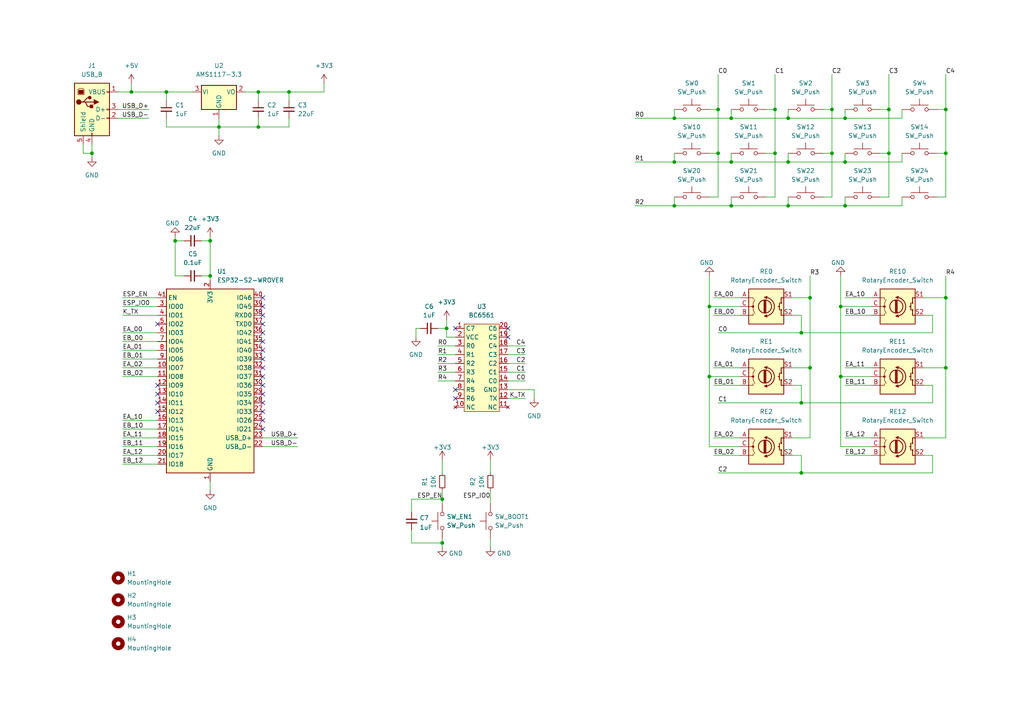
<source format=kicad_sch>
(kicad_sch (version 20211123) (generator eeschema)

  (uuid 887bb8df-542b-4d85-b17a-13421e43eba1)

  (paper "A4")

  (title_block
    (title "OBS导播键盘")
    (date "2022-05-06")
    (company "U2SB")
  )

  (lib_symbols
    (symbol "Connector:USB_B" (pin_names (offset 1.016)) (in_bom yes) (on_board yes)
      (property "Reference" "J" (id 0) (at -5.08 11.43 0)
        (effects (font (size 1.27 1.27)) (justify left))
      )
      (property "Value" "USB_B" (id 1) (at -5.08 8.89 0)
        (effects (font (size 1.27 1.27)) (justify left))
      )
      (property "Footprint" "" (id 2) (at 3.81 -1.27 0)
        (effects (font (size 1.27 1.27)) hide)
      )
      (property "Datasheet" " ~" (id 3) (at 3.81 -1.27 0)
        (effects (font (size 1.27 1.27)) hide)
      )
      (property "ki_keywords" "connector USB" (id 4) (at 0 0 0)
        (effects (font (size 1.27 1.27)) hide)
      )
      (property "ki_description" "USB Type B connector" (id 5) (at 0 0 0)
        (effects (font (size 1.27 1.27)) hide)
      )
      (property "ki_fp_filters" "USB*" (id 6) (at 0 0 0)
        (effects (font (size 1.27 1.27)) hide)
      )
      (symbol "USB_B_0_1"
        (rectangle (start -5.08 -7.62) (end 5.08 7.62)
          (stroke (width 0.254) (type default) (color 0 0 0 0))
          (fill (type background))
        )
        (circle (center -3.81 2.159) (radius 0.635)
          (stroke (width 0.254) (type default) (color 0 0 0 0))
          (fill (type outline))
        )
        (rectangle (start -3.81 5.588) (end -2.54 4.572)
          (stroke (width 0) (type default) (color 0 0 0 0))
          (fill (type outline))
        )
        (circle (center -0.635 3.429) (radius 0.381)
          (stroke (width 0.254) (type default) (color 0 0 0 0))
          (fill (type outline))
        )
        (rectangle (start -0.127 -7.62) (end 0.127 -6.858)
          (stroke (width 0) (type default) (color 0 0 0 0))
          (fill (type none))
        )
        (polyline
          (pts
            (xy -1.905 2.159)
            (xy 0.635 2.159)
          )
          (stroke (width 0.254) (type default) (color 0 0 0 0))
          (fill (type none))
        )
        (polyline
          (pts
            (xy -3.175 2.159)
            (xy -2.54 2.159)
            (xy -1.27 3.429)
            (xy -0.635 3.429)
          )
          (stroke (width 0.254) (type default) (color 0 0 0 0))
          (fill (type none))
        )
        (polyline
          (pts
            (xy -2.54 2.159)
            (xy -1.905 2.159)
            (xy -1.27 0.889)
            (xy 0 0.889)
          )
          (stroke (width 0.254) (type default) (color 0 0 0 0))
          (fill (type none))
        )
        (polyline
          (pts
            (xy 0.635 2.794)
            (xy 0.635 1.524)
            (xy 1.905 2.159)
            (xy 0.635 2.794)
          )
          (stroke (width 0.254) (type default) (color 0 0 0 0))
          (fill (type outline))
        )
        (polyline
          (pts
            (xy -4.064 4.318)
            (xy -2.286 4.318)
            (xy -2.286 5.715)
            (xy -2.667 6.096)
            (xy -3.683 6.096)
            (xy -4.064 5.715)
            (xy -4.064 4.318)
          )
          (stroke (width 0) (type default) (color 0 0 0 0))
          (fill (type none))
        )
        (rectangle (start 0.254 1.27) (end -0.508 0.508)
          (stroke (width 0.254) (type default) (color 0 0 0 0))
          (fill (type outline))
        )
        (rectangle (start 5.08 -2.667) (end 4.318 -2.413)
          (stroke (width 0) (type default) (color 0 0 0 0))
          (fill (type none))
        )
        (rectangle (start 5.08 -0.127) (end 4.318 0.127)
          (stroke (width 0) (type default) (color 0 0 0 0))
          (fill (type none))
        )
        (rectangle (start 5.08 4.953) (end 4.318 5.207)
          (stroke (width 0) (type default) (color 0 0 0 0))
          (fill (type none))
        )
      )
      (symbol "USB_B_1_1"
        (pin power_out line (at 7.62 5.08 180) (length 2.54)
          (name "VBUS" (effects (font (size 1.27 1.27))))
          (number "1" (effects (font (size 1.27 1.27))))
        )
        (pin bidirectional line (at 7.62 -2.54 180) (length 2.54)
          (name "D-" (effects (font (size 1.27 1.27))))
          (number "2" (effects (font (size 1.27 1.27))))
        )
        (pin bidirectional line (at 7.62 0 180) (length 2.54)
          (name "D+" (effects (font (size 1.27 1.27))))
          (number "3" (effects (font (size 1.27 1.27))))
        )
        (pin power_out line (at 0 -10.16 90) (length 2.54)
          (name "GND" (effects (font (size 1.27 1.27))))
          (number "4" (effects (font (size 1.27 1.27))))
        )
        (pin passive line (at -2.54 -10.16 90) (length 2.54)
          (name "Shield" (effects (font (size 1.27 1.27))))
          (number "5" (effects (font (size 1.27 1.27))))
        )
      )
    )
    (symbol "Device:C_Small" (pin_numbers hide) (pin_names (offset 0.254) hide) (in_bom yes) (on_board yes)
      (property "Reference" "C" (id 0) (at 0.254 1.778 0)
        (effects (font (size 1.27 1.27)) (justify left))
      )
      (property "Value" "C_Small" (id 1) (at 0.254 -2.032 0)
        (effects (font (size 1.27 1.27)) (justify left))
      )
      (property "Footprint" "" (id 2) (at 0 0 0)
        (effects (font (size 1.27 1.27)) hide)
      )
      (property "Datasheet" "~" (id 3) (at 0 0 0)
        (effects (font (size 1.27 1.27)) hide)
      )
      (property "ki_keywords" "capacitor cap" (id 4) (at 0 0 0)
        (effects (font (size 1.27 1.27)) hide)
      )
      (property "ki_description" "Unpolarized capacitor, small symbol" (id 5) (at 0 0 0)
        (effects (font (size 1.27 1.27)) hide)
      )
      (property "ki_fp_filters" "C_*" (id 6) (at 0 0 0)
        (effects (font (size 1.27 1.27)) hide)
      )
      (symbol "C_Small_0_1"
        (polyline
          (pts
            (xy -1.524 -0.508)
            (xy 1.524 -0.508)
          )
          (stroke (width 0.3302) (type default) (color 0 0 0 0))
          (fill (type none))
        )
        (polyline
          (pts
            (xy -1.524 0.508)
            (xy 1.524 0.508)
          )
          (stroke (width 0.3048) (type default) (color 0 0 0 0))
          (fill (type none))
        )
      )
      (symbol "C_Small_1_1"
        (pin passive line (at 0 2.54 270) (length 2.032)
          (name "~" (effects (font (size 1.27 1.27))))
          (number "1" (effects (font (size 1.27 1.27))))
        )
        (pin passive line (at 0 -2.54 90) (length 2.032)
          (name "~" (effects (font (size 1.27 1.27))))
          (number "2" (effects (font (size 1.27 1.27))))
        )
      )
    )
    (symbol "Device:R_Small" (pin_numbers hide) (pin_names (offset 0.254) hide) (in_bom yes) (on_board yes)
      (property "Reference" "R" (id 0) (at 0.762 0.508 0)
        (effects (font (size 1.27 1.27)) (justify left))
      )
      (property "Value" "R_Small" (id 1) (at 0.762 -1.016 0)
        (effects (font (size 1.27 1.27)) (justify left))
      )
      (property "Footprint" "" (id 2) (at 0 0 0)
        (effects (font (size 1.27 1.27)) hide)
      )
      (property "Datasheet" "~" (id 3) (at 0 0 0)
        (effects (font (size 1.27 1.27)) hide)
      )
      (property "ki_keywords" "R resistor" (id 4) (at 0 0 0)
        (effects (font (size 1.27 1.27)) hide)
      )
      (property "ki_description" "Resistor, small symbol" (id 5) (at 0 0 0)
        (effects (font (size 1.27 1.27)) hide)
      )
      (property "ki_fp_filters" "R_*" (id 6) (at 0 0 0)
        (effects (font (size 1.27 1.27)) hide)
      )
      (symbol "R_Small_0_1"
        (rectangle (start -0.762 1.778) (end 0.762 -1.778)
          (stroke (width 0.2032) (type default) (color 0 0 0 0))
          (fill (type none))
        )
      )
      (symbol "R_Small_1_1"
        (pin passive line (at 0 2.54 270) (length 0.762)
          (name "~" (effects (font (size 1.27 1.27))))
          (number "1" (effects (font (size 1.27 1.27))))
        )
        (pin passive line (at 0 -2.54 90) (length 0.762)
          (name "~" (effects (font (size 1.27 1.27))))
          (number "2" (effects (font (size 1.27 1.27))))
        )
      )
    )
    (symbol "Device:RotaryEncoder_Switch" (pin_names (offset 0.254) hide) (in_bom yes) (on_board yes)
      (property "Reference" "SW" (id 0) (at 0 6.604 0)
        (effects (font (size 1.27 1.27)))
      )
      (property "Value" "RotaryEncoder_Switch" (id 1) (at 0 -6.604 0)
        (effects (font (size 1.27 1.27)))
      )
      (property "Footprint" "" (id 2) (at -3.81 4.064 0)
        (effects (font (size 1.27 1.27)) hide)
      )
      (property "Datasheet" "~" (id 3) (at 0 6.604 0)
        (effects (font (size 1.27 1.27)) hide)
      )
      (property "ki_keywords" "rotary switch encoder switch push button" (id 4) (at 0 0 0)
        (effects (font (size 1.27 1.27)) hide)
      )
      (property "ki_description" "Rotary encoder, dual channel, incremental quadrate outputs, with switch" (id 5) (at 0 0 0)
        (effects (font (size 1.27 1.27)) hide)
      )
      (property "ki_fp_filters" "RotaryEncoder*Switch*" (id 6) (at 0 0 0)
        (effects (font (size 1.27 1.27)) hide)
      )
      (symbol "RotaryEncoder_Switch_0_1"
        (rectangle (start -5.08 5.08) (end 5.08 -5.08)
          (stroke (width 0.254) (type default) (color 0 0 0 0))
          (fill (type background))
        )
        (circle (center -3.81 0) (radius 0.254)
          (stroke (width 0) (type default) (color 0 0 0 0))
          (fill (type outline))
        )
        (arc (start -0.381 -2.794) (mid 2.3622 -0.0508) (end -0.381 2.667)
          (stroke (width 0.254) (type default) (color 0 0 0 0))
          (fill (type none))
        )
        (circle (center -0.381 0) (radius 1.905)
          (stroke (width 0.254) (type default) (color 0 0 0 0))
          (fill (type none))
        )
        (polyline
          (pts
            (xy -0.635 -1.778)
            (xy -0.635 1.778)
          )
          (stroke (width 0.254) (type default) (color 0 0 0 0))
          (fill (type none))
        )
        (polyline
          (pts
            (xy -0.381 -1.778)
            (xy -0.381 1.778)
          )
          (stroke (width 0.254) (type default) (color 0 0 0 0))
          (fill (type none))
        )
        (polyline
          (pts
            (xy -0.127 1.778)
            (xy -0.127 -1.778)
          )
          (stroke (width 0.254) (type default) (color 0 0 0 0))
          (fill (type none))
        )
        (polyline
          (pts
            (xy 3.81 0)
            (xy 3.429 0)
          )
          (stroke (width 0.254) (type default) (color 0 0 0 0))
          (fill (type none))
        )
        (polyline
          (pts
            (xy 3.81 1.016)
            (xy 3.81 -1.016)
          )
          (stroke (width 0.254) (type default) (color 0 0 0 0))
          (fill (type none))
        )
        (polyline
          (pts
            (xy -5.08 -2.54)
            (xy -3.81 -2.54)
            (xy -3.81 -2.032)
          )
          (stroke (width 0) (type default) (color 0 0 0 0))
          (fill (type none))
        )
        (polyline
          (pts
            (xy -5.08 2.54)
            (xy -3.81 2.54)
            (xy -3.81 2.032)
          )
          (stroke (width 0) (type default) (color 0 0 0 0))
          (fill (type none))
        )
        (polyline
          (pts
            (xy 0.254 -3.048)
            (xy -0.508 -2.794)
            (xy 0.127 -2.413)
          )
          (stroke (width 0.254) (type default) (color 0 0 0 0))
          (fill (type none))
        )
        (polyline
          (pts
            (xy 0.254 2.921)
            (xy -0.508 2.667)
            (xy 0.127 2.286)
          )
          (stroke (width 0.254) (type default) (color 0 0 0 0))
          (fill (type none))
        )
        (polyline
          (pts
            (xy 5.08 -2.54)
            (xy 4.318 -2.54)
            (xy 4.318 -1.016)
          )
          (stroke (width 0.254) (type default) (color 0 0 0 0))
          (fill (type none))
        )
        (polyline
          (pts
            (xy 5.08 2.54)
            (xy 4.318 2.54)
            (xy 4.318 1.016)
          )
          (stroke (width 0.254) (type default) (color 0 0 0 0))
          (fill (type none))
        )
        (polyline
          (pts
            (xy -5.08 0)
            (xy -3.81 0)
            (xy -3.81 -1.016)
            (xy -3.302 -2.032)
          )
          (stroke (width 0) (type default) (color 0 0 0 0))
          (fill (type none))
        )
        (polyline
          (pts
            (xy -4.318 0)
            (xy -3.81 0)
            (xy -3.81 1.016)
            (xy -3.302 2.032)
          )
          (stroke (width 0) (type default) (color 0 0 0 0))
          (fill (type none))
        )
        (circle (center 4.318 -1.016) (radius 0.127)
          (stroke (width 0.254) (type default) (color 0 0 0 0))
          (fill (type none))
        )
        (circle (center 4.318 1.016) (radius 0.127)
          (stroke (width 0.254) (type default) (color 0 0 0 0))
          (fill (type none))
        )
      )
      (symbol "RotaryEncoder_Switch_1_1"
        (pin passive line (at -7.62 2.54 0) (length 2.54)
          (name "A" (effects (font (size 1.27 1.27))))
          (number "A" (effects (font (size 1.27 1.27))))
        )
        (pin passive line (at -7.62 -2.54 0) (length 2.54)
          (name "B" (effects (font (size 1.27 1.27))))
          (number "B" (effects (font (size 1.27 1.27))))
        )
        (pin passive line (at -7.62 0 0) (length 2.54)
          (name "C" (effects (font (size 1.27 1.27))))
          (number "C" (effects (font (size 1.27 1.27))))
        )
        (pin passive line (at 7.62 2.54 180) (length 2.54)
          (name "S1" (effects (font (size 1.27 1.27))))
          (number "S1" (effects (font (size 1.27 1.27))))
        )
        (pin passive line (at 7.62 -2.54 180) (length 2.54)
          (name "S2" (effects (font (size 1.27 1.27))))
          (number "S2" (effects (font (size 1.27 1.27))))
        )
      )
    )
    (symbol "Mechanical:MountingHole" (pin_names (offset 1.016)) (in_bom yes) (on_board yes)
      (property "Reference" "H" (id 0) (at 0 5.08 0)
        (effects (font (size 1.27 1.27)))
      )
      (property "Value" "MountingHole" (id 1) (at 0 3.175 0)
        (effects (font (size 1.27 1.27)))
      )
      (property "Footprint" "" (id 2) (at 0 0 0)
        (effects (font (size 1.27 1.27)) hide)
      )
      (property "Datasheet" "~" (id 3) (at 0 0 0)
        (effects (font (size 1.27 1.27)) hide)
      )
      (property "ki_keywords" "mounting hole" (id 4) (at 0 0 0)
        (effects (font (size 1.27 1.27)) hide)
      )
      (property "ki_description" "Mounting Hole without connection" (id 5) (at 0 0 0)
        (effects (font (size 1.27 1.27)) hide)
      )
      (property "ki_fp_filters" "MountingHole*" (id 6) (at 0 0 0)
        (effects (font (size 1.27 1.27)) hide)
      )
      (symbol "MountingHole_0_1"
        (circle (center 0 0) (radius 1.27)
          (stroke (width 1.27) (type default) (color 0 0 0 0))
          (fill (type none))
        )
      )
    )
    (symbol "RF_Module:ESP32-S2-WROVER" (in_bom yes) (on_board yes)
      (property "Reference" "U" (id 0) (at -12.7 29.21 0)
        (effects (font (size 1.27 1.27)) (justify left))
      )
      (property "Value" "ESP32-S2-WROVER" (id 1) (at 2.54 29.21 0)
        (effects (font (size 1.27 1.27)) (justify left))
      )
      (property "Footprint" "RF_Module:ESP32-S2-WROVER" (id 2) (at 19.05 -29.21 0)
        (effects (font (size 1.27 1.27)) hide)
      )
      (property "Datasheet" "https://www.espressif.com/sites/default/files/documentation/esp32-s2-wroom_esp32-s2-wroom-i_datasheet_en.pdf" (id 3) (at -7.62 -20.32 0)
        (effects (font (size 1.27 1.27)) hide)
      )
      (property "ki_keywords" "RF Radio ESP ESP32 Espressif onboard PCB antenna" (id 4) (at 0 0 0)
        (effects (font (size 1.27 1.27)) hide)
      )
      (property "ki_description" "RF Module, ESP32-D0WDQ6 SoC, Wi-Fi 802.11b/g/n, 32-bit, 2.7-3.6V, onboard antenna, SMD" (id 5) (at 0 0 0)
        (effects (font (size 1.27 1.27)) hide)
      )
      (property "ki_fp_filters" "ESP32?S2?WROVER*" (id 6) (at 0 0 0)
        (effects (font (size 1.27 1.27)) hide)
      )
      (symbol "ESP32-S2-WROVER_0_1"
        (rectangle (start -12.7 27.94) (end 12.7 -25.4)
          (stroke (width 0.254) (type default) (color 0 0 0 0))
          (fill (type background))
        )
      )
      (symbol "ESP32-S2-WROVER_1_1"
        (pin power_in line (at 0 -27.94 90) (length 2.54)
          (name "GND" (effects (font (size 1.27 1.27))))
          (number "1" (effects (font (size 1.27 1.27))))
        )
        (pin bidirectional line (at -15.24 5.08 0) (length 2.54)
          (name "IO07" (effects (font (size 1.27 1.27))))
          (number "10" (effects (font (size 1.27 1.27))))
        )
        (pin bidirectional line (at -15.24 2.54 0) (length 2.54)
          (name "IO08" (effects (font (size 1.27 1.27))))
          (number "11" (effects (font (size 1.27 1.27))))
        )
        (pin bidirectional line (at -15.24 0 0) (length 2.54)
          (name "IO09" (effects (font (size 1.27 1.27))))
          (number "12" (effects (font (size 1.27 1.27))))
        )
        (pin bidirectional line (at -15.24 -2.54 0) (length 2.54)
          (name "IO10" (effects (font (size 1.27 1.27))))
          (number "13" (effects (font (size 1.27 1.27))))
        )
        (pin bidirectional line (at -15.24 -5.08 0) (length 2.54)
          (name "IO11" (effects (font (size 1.27 1.27))))
          (number "14" (effects (font (size 1.27 1.27))))
        )
        (pin bidirectional line (at -15.24 -7.62 0) (length 2.54)
          (name "IO12" (effects (font (size 1.27 1.27))))
          (number "15" (effects (font (size 1.27 1.27))))
        )
        (pin bidirectional line (at -15.24 -10.16 0) (length 2.54)
          (name "IO13" (effects (font (size 1.27 1.27))))
          (number "16" (effects (font (size 1.27 1.27))))
        )
        (pin bidirectional line (at -15.24 -12.7 0) (length 2.54)
          (name "IO14" (effects (font (size 1.27 1.27))))
          (number "17" (effects (font (size 1.27 1.27))))
        )
        (pin bidirectional line (at -15.24 -15.24 0) (length 2.54)
          (name "IO15" (effects (font (size 1.27 1.27))))
          (number "18" (effects (font (size 1.27 1.27))))
        )
        (pin bidirectional line (at -15.24 -17.78 0) (length 2.54)
          (name "IO16" (effects (font (size 1.27 1.27))))
          (number "19" (effects (font (size 1.27 1.27))))
        )
        (pin power_in line (at 0 30.48 270) (length 2.54)
          (name "3V3" (effects (font (size 1.27 1.27))))
          (number "2" (effects (font (size 1.27 1.27))))
        )
        (pin bidirectional line (at -15.24 -20.32 0) (length 2.54)
          (name "IO17" (effects (font (size 1.27 1.27))))
          (number "20" (effects (font (size 1.27 1.27))))
        )
        (pin bidirectional line (at -15.24 -22.86 0) (length 2.54)
          (name "IO18" (effects (font (size 1.27 1.27))))
          (number "21" (effects (font (size 1.27 1.27))))
        )
        (pin bidirectional line (at 15.24 -17.78 180) (length 2.54)
          (name "USB_D-" (effects (font (size 1.27 1.27))))
          (number "22" (effects (font (size 1.27 1.27))))
        )
        (pin bidirectional line (at 15.24 -15.24 180) (length 2.54)
          (name "USB_D+" (effects (font (size 1.27 1.27))))
          (number "23" (effects (font (size 1.27 1.27))))
        )
        (pin bidirectional line (at 15.24 -12.7 180) (length 2.54)
          (name "IO21" (effects (font (size 1.27 1.27))))
          (number "24" (effects (font (size 1.27 1.27))))
        )
        (pin bidirectional line (at 15.24 -10.16 180) (length 2.54)
          (name "IO26" (effects (font (size 1.27 1.27))))
          (number "25" (effects (font (size 1.27 1.27))))
        )
        (pin passive line (at 0 -27.94 90) (length 2.54) hide
          (name "GND" (effects (font (size 1.27 1.27))))
          (number "26" (effects (font (size 1.27 1.27))))
        )
        (pin bidirectional line (at 15.24 -7.62 180) (length 2.54)
          (name "IO33" (effects (font (size 1.27 1.27))))
          (number "27" (effects (font (size 1.27 1.27))))
        )
        (pin bidirectional line (at 15.24 -5.08 180) (length 2.54)
          (name "IO34" (effects (font (size 1.27 1.27))))
          (number "28" (effects (font (size 1.27 1.27))))
        )
        (pin bidirectional line (at 15.24 -2.54 180) (length 2.54)
          (name "IO35" (effects (font (size 1.27 1.27))))
          (number "29" (effects (font (size 1.27 1.27))))
        )
        (pin bidirectional line (at -15.24 22.86 0) (length 2.54)
          (name "IO00" (effects (font (size 1.27 1.27))))
          (number "3" (effects (font (size 1.27 1.27))))
        )
        (pin bidirectional line (at 15.24 0 180) (length 2.54)
          (name "IO36" (effects (font (size 1.27 1.27))))
          (number "30" (effects (font (size 1.27 1.27))))
        )
        (pin bidirectional line (at 15.24 2.54 180) (length 2.54)
          (name "IO37" (effects (font (size 1.27 1.27))))
          (number "31" (effects (font (size 1.27 1.27))))
        )
        (pin bidirectional line (at 15.24 5.08 180) (length 2.54)
          (name "IO38" (effects (font (size 1.27 1.27))))
          (number "32" (effects (font (size 1.27 1.27))))
        )
        (pin bidirectional line (at 15.24 7.62 180) (length 2.54)
          (name "IO39" (effects (font (size 1.27 1.27))))
          (number "33" (effects (font (size 1.27 1.27))))
        )
        (pin bidirectional line (at 15.24 10.16 180) (length 2.54)
          (name "IO40" (effects (font (size 1.27 1.27))))
          (number "34" (effects (font (size 1.27 1.27))))
        )
        (pin bidirectional line (at 15.24 12.7 180) (length 2.54)
          (name "IO41" (effects (font (size 1.27 1.27))))
          (number "35" (effects (font (size 1.27 1.27))))
        )
        (pin bidirectional line (at 15.24 15.24 180) (length 2.54)
          (name "IO42" (effects (font (size 1.27 1.27))))
          (number "36" (effects (font (size 1.27 1.27))))
        )
        (pin bidirectional line (at 15.24 17.78 180) (length 2.54)
          (name "TXD0" (effects (font (size 1.27 1.27))))
          (number "37" (effects (font (size 1.27 1.27))))
        )
        (pin bidirectional line (at 15.24 20.32 180) (length 2.54)
          (name "RXD0" (effects (font (size 1.27 1.27))))
          (number "38" (effects (font (size 1.27 1.27))))
        )
        (pin bidirectional line (at 15.24 22.86 180) (length 2.54)
          (name "IO45" (effects (font (size 1.27 1.27))))
          (number "39" (effects (font (size 1.27 1.27))))
        )
        (pin bidirectional line (at -15.24 20.32 0) (length 2.54)
          (name "IO01" (effects (font (size 1.27 1.27))))
          (number "4" (effects (font (size 1.27 1.27))))
        )
        (pin input line (at 15.24 25.4 180) (length 2.54)
          (name "IO46" (effects (font (size 1.27 1.27))))
          (number "40" (effects (font (size 1.27 1.27))))
        )
        (pin input line (at -15.24 25.4 0) (length 2.54)
          (name "EN" (effects (font (size 1.27 1.27))))
          (number "41" (effects (font (size 1.27 1.27))))
        )
        (pin passive line (at 0 -27.94 90) (length 2.54) hide
          (name "GND" (effects (font (size 1.27 1.27))))
          (number "42" (effects (font (size 1.27 1.27))))
        )
        (pin passive line (at 0 -27.94 90) (length 2.54) hide
          (name "GND" (effects (font (size 1.27 1.27))))
          (number "43" (effects (font (size 1.27 1.27))))
        )
        (pin bidirectional line (at -15.24 17.78 0) (length 2.54)
          (name "IO02" (effects (font (size 1.27 1.27))))
          (number "5" (effects (font (size 1.27 1.27))))
        )
        (pin bidirectional line (at -15.24 15.24 0) (length 2.54)
          (name "IO03" (effects (font (size 1.27 1.27))))
          (number "6" (effects (font (size 1.27 1.27))))
        )
        (pin bidirectional line (at -15.24 12.7 0) (length 2.54)
          (name "IO04" (effects (font (size 1.27 1.27))))
          (number "7" (effects (font (size 1.27 1.27))))
        )
        (pin bidirectional line (at -15.24 10.16 0) (length 2.54)
          (name "IO05" (effects (font (size 1.27 1.27))))
          (number "8" (effects (font (size 1.27 1.27))))
        )
        (pin bidirectional line (at -15.24 7.62 0) (length 2.54)
          (name "IO06" (effects (font (size 1.27 1.27))))
          (number "9" (effects (font (size 1.27 1.27))))
        )
      )
    )
    (symbol "Regulator_Linear:AMS1117-3.3" (pin_names (offset 0.254)) (in_bom yes) (on_board yes)
      (property "Reference" "U" (id 0) (at -3.81 3.175 0)
        (effects (font (size 1.27 1.27)))
      )
      (property "Value" "AMS1117-3.3" (id 1) (at 0 3.175 0)
        (effects (font (size 1.27 1.27)) (justify left))
      )
      (property "Footprint" "Package_TO_SOT_SMD:SOT-223-3_TabPin2" (id 2) (at 0 5.08 0)
        (effects (font (size 1.27 1.27)) hide)
      )
      (property "Datasheet" "http://www.advanced-monolithic.com/pdf/ds1117.pdf" (id 3) (at 2.54 -6.35 0)
        (effects (font (size 1.27 1.27)) hide)
      )
      (property "ki_keywords" "linear regulator ldo fixed positive" (id 4) (at 0 0 0)
        (effects (font (size 1.27 1.27)) hide)
      )
      (property "ki_description" "1A Low Dropout regulator, positive, 3.3V fixed output, SOT-223" (id 5) (at 0 0 0)
        (effects (font (size 1.27 1.27)) hide)
      )
      (property "ki_fp_filters" "SOT?223*TabPin2*" (id 6) (at 0 0 0)
        (effects (font (size 1.27 1.27)) hide)
      )
      (symbol "AMS1117-3.3_0_1"
        (rectangle (start -5.08 -5.08) (end 5.08 1.905)
          (stroke (width 0.254) (type default) (color 0 0 0 0))
          (fill (type background))
        )
      )
      (symbol "AMS1117-3.3_1_1"
        (pin power_in line (at 0 -7.62 90) (length 2.54)
          (name "GND" (effects (font (size 1.27 1.27))))
          (number "1" (effects (font (size 1.27 1.27))))
        )
        (pin power_out line (at 7.62 0 180) (length 2.54)
          (name "VO" (effects (font (size 1.27 1.27))))
          (number "2" (effects (font (size 1.27 1.27))))
        )
        (pin power_in line (at -7.62 0 0) (length 2.54)
          (name "VI" (effects (font (size 1.27 1.27))))
          (number "3" (effects (font (size 1.27 1.27))))
        )
      )
    )
    (symbol "Sb_Library:BC6561" (in_bom yes) (on_board yes)
      (property "Reference" "U" (id 0) (at 0 13.97 0)
        (effects (font (size 1.27 1.27)))
      )
      (property "Value" "BC6561" (id 1) (at 0 -13.97 0)
        (effects (font (size 1.27 1.27)))
      )
      (property "Footprint" "Package_SO:SSOP-20_5.3x7.2mm_P0.65mm" (id 2) (at 0 15.24 0)
        (effects (font (size 1.27 1.27)) hide)
      )
      (property "Datasheet" "https://bitcode.com.cn/product/bc6561/" (id 3) (at 0 15.24 0)
        (effects (font (size 1.27 1.27)) hide)
      )
      (symbol "BC6561_0_0"
        (pin output line (at -7.62 11.43 0) (length 2.54)
          (name "C7" (effects (font (size 1.27 1.27))))
          (number "1" (effects (font (size 1.27 1.27))))
        )
        (pin no_connect line (at -7.62 -11.43 0) (length 2.54)
          (name "NC" (effects (font (size 1.27 1.27))))
          (number "10" (effects (font (size 1.27 1.27))))
        )
        (pin no_connect line (at 7.62 -11.43 180) (length 2.54)
          (name "NC" (effects (font (size 1.27 1.27))))
          (number "11" (effects (font (size 1.27 1.27))))
        )
        (pin output line (at 7.62 -8.89 180) (length 2.54)
          (name "TX" (effects (font (size 1.27 1.27))))
          (number "12" (effects (font (size 1.27 1.27))))
        )
        (pin power_in line (at 7.62 -6.35 180) (length 2.54)
          (name "GND" (effects (font (size 1.27 1.27))))
          (number "13" (effects (font (size 1.27 1.27))))
        )
        (pin power_in line (at -7.62 8.89 0) (length 2.54)
          (name "VCC" (effects (font (size 1.27 1.27))))
          (number "2" (effects (font (size 1.27 1.27))))
        )
        (pin input line (at -7.62 6.35 0) (length 2.54)
          (name "R0" (effects (font (size 1.27 1.27))))
          (number "3" (effects (font (size 1.27 1.27))))
        )
        (pin input line (at -7.62 3.81 0) (length 2.54)
          (name "R1" (effects (font (size 1.27 1.27))))
          (number "4" (effects (font (size 1.27 1.27))))
        )
        (pin input line (at -7.62 1.27 0) (length 2.54)
          (name "R2" (effects (font (size 1.27 1.27))))
          (number "5" (effects (font (size 1.27 1.27))))
        )
        (pin input line (at -7.62 -1.27 0) (length 2.54)
          (name "R3" (effects (font (size 1.27 1.27))))
          (number "6" (effects (font (size 1.27 1.27))))
        )
        (pin input line (at -7.62 -3.81 0) (length 2.54)
          (name "R4" (effects (font (size 1.27 1.27))))
          (number "7" (effects (font (size 1.27 1.27))))
        )
        (pin input line (at -7.62 -6.35 0) (length 2.54)
          (name "R5" (effects (font (size 1.27 1.27))))
          (number "8" (effects (font (size 1.27 1.27))))
        )
        (pin input line (at -7.62 -8.89 0) (length 2.54)
          (name "R6" (effects (font (size 1.27 1.27))))
          (number "9" (effects (font (size 1.27 1.27))))
        )
      )
      (symbol "BC6561_0_1"
        (rectangle (start -5.08 12.7) (end 5.08 -12.7)
          (stroke (width 0) (type default) (color 0 0 0 0))
          (fill (type background))
        )
      )
      (symbol "BC6561_1_1"
        (pin output line (at 7.62 -3.81 180) (length 2.54)
          (name "C0" (effects (font (size 1.27 1.27))))
          (number "14" (effects (font (size 1.27 1.27))))
        )
        (pin output line (at 7.62 -1.27 180) (length 2.54)
          (name "C1" (effects (font (size 1.27 1.27))))
          (number "15" (effects (font (size 1.27 1.27))))
        )
        (pin output line (at 7.62 1.27 180) (length 2.54)
          (name "C2" (effects (font (size 1.27 1.27))))
          (number "16" (effects (font (size 1.27 1.27))))
        )
        (pin output line (at 7.62 3.81 180) (length 2.54)
          (name "C3" (effects (font (size 1.27 1.27))))
          (number "17" (effects (font (size 1.27 1.27))))
        )
        (pin output line (at 7.62 6.35 180) (length 2.54)
          (name "C4" (effects (font (size 1.27 1.27))))
          (number "18" (effects (font (size 1.27 1.27))))
        )
        (pin output line (at 7.62 8.89 180) (length 2.54)
          (name "C5" (effects (font (size 1.27 1.27))))
          (number "19" (effects (font (size 1.27 1.27))))
        )
        (pin output line (at 7.62 11.43 180) (length 2.54)
          (name "C6" (effects (font (size 1.27 1.27))))
          (number "20" (effects (font (size 1.27 1.27))))
        )
      )
    )
    (symbol "Switch:SW_Push" (pin_numbers hide) (pin_names (offset 1.016) hide) (in_bom yes) (on_board yes)
      (property "Reference" "SW" (id 0) (at 1.27 2.54 0)
        (effects (font (size 1.27 1.27)) (justify left))
      )
      (property "Value" "SW_Push" (id 1) (at 0 -1.524 0)
        (effects (font (size 1.27 1.27)))
      )
      (property "Footprint" "" (id 2) (at 0 5.08 0)
        (effects (font (size 1.27 1.27)) hide)
      )
      (property "Datasheet" "~" (id 3) (at 0 5.08 0)
        (effects (font (size 1.27 1.27)) hide)
      )
      (property "ki_keywords" "switch normally-open pushbutton push-button" (id 4) (at 0 0 0)
        (effects (font (size 1.27 1.27)) hide)
      )
      (property "ki_description" "Push button switch, generic, two pins" (id 5) (at 0 0 0)
        (effects (font (size 1.27 1.27)) hide)
      )
      (symbol "SW_Push_0_1"
        (circle (center -2.032 0) (radius 0.508)
          (stroke (width 0) (type default) (color 0 0 0 0))
          (fill (type none))
        )
        (polyline
          (pts
            (xy 0 1.27)
            (xy 0 3.048)
          )
          (stroke (width 0) (type default) (color 0 0 0 0))
          (fill (type none))
        )
        (polyline
          (pts
            (xy 2.54 1.27)
            (xy -2.54 1.27)
          )
          (stroke (width 0) (type default) (color 0 0 0 0))
          (fill (type none))
        )
        (circle (center 2.032 0) (radius 0.508)
          (stroke (width 0) (type default) (color 0 0 0 0))
          (fill (type none))
        )
        (pin passive line (at -5.08 0 0) (length 2.54)
          (name "1" (effects (font (size 1.27 1.27))))
          (number "1" (effects (font (size 1.27 1.27))))
        )
        (pin passive line (at 5.08 0 180) (length 2.54)
          (name "2" (effects (font (size 1.27 1.27))))
          (number "2" (effects (font (size 1.27 1.27))))
        )
      )
    )
    (symbol "power:+3V3" (power) (pin_names (offset 0)) (in_bom yes) (on_board yes)
      (property "Reference" "#PWR" (id 0) (at 0 -3.81 0)
        (effects (font (size 1.27 1.27)) hide)
      )
      (property "Value" "+3V3" (id 1) (at 0 3.556 0)
        (effects (font (size 1.27 1.27)))
      )
      (property "Footprint" "" (id 2) (at 0 0 0)
        (effects (font (size 1.27 1.27)) hide)
      )
      (property "Datasheet" "" (id 3) (at 0 0 0)
        (effects (font (size 1.27 1.27)) hide)
      )
      (property "ki_keywords" "power-flag" (id 4) (at 0 0 0)
        (effects (font (size 1.27 1.27)) hide)
      )
      (property "ki_description" "Power symbol creates a global label with name \"+3V3\"" (id 5) (at 0 0 0)
        (effects (font (size 1.27 1.27)) hide)
      )
      (symbol "+3V3_0_1"
        (polyline
          (pts
            (xy -0.762 1.27)
            (xy 0 2.54)
          )
          (stroke (width 0) (type default) (color 0 0 0 0))
          (fill (type none))
        )
        (polyline
          (pts
            (xy 0 0)
            (xy 0 2.54)
          )
          (stroke (width 0) (type default) (color 0 0 0 0))
          (fill (type none))
        )
        (polyline
          (pts
            (xy 0 2.54)
            (xy 0.762 1.27)
          )
          (stroke (width 0) (type default) (color 0 0 0 0))
          (fill (type none))
        )
      )
      (symbol "+3V3_1_1"
        (pin power_in line (at 0 0 90) (length 0) hide
          (name "+3V3" (effects (font (size 1.27 1.27))))
          (number "1" (effects (font (size 1.27 1.27))))
        )
      )
    )
    (symbol "power:+5V" (power) (pin_names (offset 0)) (in_bom yes) (on_board yes)
      (property "Reference" "#PWR" (id 0) (at 0 -3.81 0)
        (effects (font (size 1.27 1.27)) hide)
      )
      (property "Value" "+5V" (id 1) (at 0 3.556 0)
        (effects (font (size 1.27 1.27)))
      )
      (property "Footprint" "" (id 2) (at 0 0 0)
        (effects (font (size 1.27 1.27)) hide)
      )
      (property "Datasheet" "" (id 3) (at 0 0 0)
        (effects (font (size 1.27 1.27)) hide)
      )
      (property "ki_keywords" "power-flag" (id 4) (at 0 0 0)
        (effects (font (size 1.27 1.27)) hide)
      )
      (property "ki_description" "Power symbol creates a global label with name \"+5V\"" (id 5) (at 0 0 0)
        (effects (font (size 1.27 1.27)) hide)
      )
      (symbol "+5V_0_1"
        (polyline
          (pts
            (xy -0.762 1.27)
            (xy 0 2.54)
          )
          (stroke (width 0) (type default) (color 0 0 0 0))
          (fill (type none))
        )
        (polyline
          (pts
            (xy 0 0)
            (xy 0 2.54)
          )
          (stroke (width 0) (type default) (color 0 0 0 0))
          (fill (type none))
        )
        (polyline
          (pts
            (xy 0 2.54)
            (xy 0.762 1.27)
          )
          (stroke (width 0) (type default) (color 0 0 0 0))
          (fill (type none))
        )
      )
      (symbol "+5V_1_1"
        (pin power_in line (at 0 0 90) (length 0) hide
          (name "+5V" (effects (font (size 1.27 1.27))))
          (number "1" (effects (font (size 1.27 1.27))))
        )
      )
    )
    (symbol "power:GND" (power) (pin_names (offset 0)) (in_bom yes) (on_board yes)
      (property "Reference" "#PWR" (id 0) (at 0 -6.35 0)
        (effects (font (size 1.27 1.27)) hide)
      )
      (property "Value" "GND" (id 1) (at 0 -3.81 0)
        (effects (font (size 1.27 1.27)))
      )
      (property "Footprint" "" (id 2) (at 0 0 0)
        (effects (font (size 1.27 1.27)) hide)
      )
      (property "Datasheet" "" (id 3) (at 0 0 0)
        (effects (font (size 1.27 1.27)) hide)
      )
      (property "ki_keywords" "power-flag" (id 4) (at 0 0 0)
        (effects (font (size 1.27 1.27)) hide)
      )
      (property "ki_description" "Power symbol creates a global label with name \"GND\" , ground" (id 5) (at 0 0 0)
        (effects (font (size 1.27 1.27)) hide)
      )
      (symbol "GND_0_1"
        (polyline
          (pts
            (xy 0 0)
            (xy 0 -1.27)
            (xy 1.27 -1.27)
            (xy 0 -2.54)
            (xy -1.27 -1.27)
            (xy 0 -1.27)
          )
          (stroke (width 0) (type default) (color 0 0 0 0))
          (fill (type none))
        )
      )
      (symbol "GND_1_1"
        (pin power_in line (at 0 0 270) (length 0) hide
          (name "GND" (effects (font (size 1.27 1.27))))
          (number "1" (effects (font (size 1.27 1.27))))
        )
      )
    )
  )

  (junction (at 208.28 31.75) (diameter 0) (color 0 0 0 0)
    (uuid 08cbe2af-5e50-49ff-8acd-dde3352fa2ed)
  )
  (junction (at 195.58 34.29) (diameter 0) (color 0 0 0 0)
    (uuid 0aa461b0-576d-4c3f-b454-44657296a97c)
  )
  (junction (at 212.09 46.99) (diameter 0) (color 0 0 0 0)
    (uuid 0aa58e2a-e99a-4120-bbca-fe22878c4857)
  )
  (junction (at 26.67 44.45) (diameter 0) (color 0 0 0 0)
    (uuid 174bacab-2873-4b40-be72-9b96b79b370b)
  )
  (junction (at 128.27 144.78) (diameter 0) (color 0 0 0 0)
    (uuid 1792a789-a10f-4ae7-bba4-735ab2457ce6)
  )
  (junction (at 274.32 31.75) (diameter 0) (color 0 0 0 0)
    (uuid 21c83d5f-b1dc-40ea-9318-43648695b8ce)
  )
  (junction (at 241.3 44.45) (diameter 0) (color 0 0 0 0)
    (uuid 23fa8f2a-4a12-49ac-9323-b99947aabfa0)
  )
  (junction (at 243.84 88.9) (diameter 0) (color 0 0 0 0)
    (uuid 2aa17809-a3be-4ce8-83d0-fb314d35cd97)
  )
  (junction (at 245.11 59.69) (diameter 0) (color 0 0 0 0)
    (uuid 36472067-67a0-4071-88ed-fbb4b87d52f6)
  )
  (junction (at 232.41 96.52) (diameter 0) (color 0 0 0 0)
    (uuid 3fa27b63-90c8-4e04-b6e7-00210f81057c)
  )
  (junction (at 228.6 59.69) (diameter 0) (color 0 0 0 0)
    (uuid 48946da7-df9b-4bc8-85c6-e5b639e34ada)
  )
  (junction (at 60.96 69.85) (diameter 0) (color 0 0 0 0)
    (uuid 48cfd7e0-1fc3-4fc8-97a7-90daa9215f96)
  )
  (junction (at 48.26 26.67) (diameter 0) (color 0 0 0 0)
    (uuid 4dce66f1-6749-458e-8d05-9b8a5e6f7c0d)
  )
  (junction (at 212.09 34.29) (diameter 0) (color 0 0 0 0)
    (uuid 4e5c89dd-7e79-4300-80c6-43fd400e044d)
  )
  (junction (at 274.32 44.45) (diameter 0) (color 0 0 0 0)
    (uuid 5bb5d258-a3e4-4a7e-9d1e-860a8a0460d4)
  )
  (junction (at 74.93 26.67) (diameter 0) (color 0 0 0 0)
    (uuid 5e60c98d-1d1b-4662-be54-55bdf7426d70)
  )
  (junction (at 205.74 109.22) (diameter 0) (color 0 0 0 0)
    (uuid 6b192eb8-7695-412e-bc2e-da9e2b67cb7e)
  )
  (junction (at 257.81 31.75) (diameter 0) (color 0 0 0 0)
    (uuid 7b414c2c-4bd5-4203-89ca-9759d682d015)
  )
  (junction (at 74.93 36.83) (diameter 0) (color 0 0 0 0)
    (uuid 812ac6a9-065f-4130-bb6f-436ec0d27524)
  )
  (junction (at 208.28 44.45) (diameter 0) (color 0 0 0 0)
    (uuid 86ebcf27-d718-41f3-8e2f-658a27482caf)
  )
  (junction (at 228.6 34.29) (diameter 0) (color 0 0 0 0)
    (uuid 8779f598-ac92-49f8-b66f-147142ffd74a)
  )
  (junction (at 63.5 36.83) (diameter 0) (color 0 0 0 0)
    (uuid 9072e595-9cbb-4e98-913c-281264066ba3)
  )
  (junction (at 50.8 69.85) (diameter 0) (color 0 0 0 0)
    (uuid 918aea6c-1591-48dc-811a-351f21c2f67a)
  )
  (junction (at 232.41 116.84) (diameter 0) (color 0 0 0 0)
    (uuid 93451b6a-48aa-41c8-8e27-cb7314cef914)
  )
  (junction (at 224.79 31.75) (diameter 0) (color 0 0 0 0)
    (uuid 9be15756-8a55-49e4-90ce-b3b1eddaae15)
  )
  (junction (at 241.3 31.75) (diameter 0) (color 0 0 0 0)
    (uuid 9cb5bb88-4f40-4570-8caf-2bb44ad52a56)
  )
  (junction (at 234.95 106.68) (diameter 0) (color 0 0 0 0)
    (uuid 9efb0962-d1c7-448f-8c42-939e9c8147e7)
  )
  (junction (at 257.81 44.45) (diameter 0) (color 0 0 0 0)
    (uuid a3733f0d-fa87-4a27-ac13-63cee364237f)
  )
  (junction (at 245.11 34.29) (diameter 0) (color 0 0 0 0)
    (uuid aeb639fa-013b-42c2-8741-ff754901c1ce)
  )
  (junction (at 224.79 44.45) (diameter 0) (color 0 0 0 0)
    (uuid b485cbb1-1472-4e92-a784-d5e2ebad8c52)
  )
  (junction (at 83.82 26.67) (diameter 0) (color 0 0 0 0)
    (uuid b7e16397-570c-4594-b531-dcd0948d867d)
  )
  (junction (at 212.09 59.69) (diameter 0) (color 0 0 0 0)
    (uuid d3f6ea7b-bee8-4178-bc46-e20e748b8168)
  )
  (junction (at 232.41 137.16) (diameter 0) (color 0 0 0 0)
    (uuid d42b5f14-8fb9-4b14-bba1-69bf00013d5b)
  )
  (junction (at 245.11 46.99) (diameter 0) (color 0 0 0 0)
    (uuid d571ebfd-67f3-4257-a88c-cb9e076decb2)
  )
  (junction (at 274.32 106.68) (diameter 0) (color 0 0 0 0)
    (uuid daf9d1a9-ddfa-432b-96eb-caaf28638dce)
  )
  (junction (at 128.27 157.48) (diameter 0) (color 0 0 0 0)
    (uuid de5d0a17-0463-40c0-b736-f12d8579950e)
  )
  (junction (at 205.74 88.9) (diameter 0) (color 0 0 0 0)
    (uuid e0264dc7-5bdd-4086-a40a-5d973d1fb175)
  )
  (junction (at 228.6 46.99) (diameter 0) (color 0 0 0 0)
    (uuid e261276c-da63-4f0d-ae48-9655d385bbff)
  )
  (junction (at 274.32 86.36) (diameter 0) (color 0 0 0 0)
    (uuid eacd24d1-8de0-4f82-bd37-840c6265ed7f)
  )
  (junction (at 234.95 86.36) (diameter 0) (color 0 0 0 0)
    (uuid eb452800-4e33-4d65-b98f-17ff9931793f)
  )
  (junction (at 60.96 80.01) (diameter 0) (color 0 0 0 0)
    (uuid f3626ade-12d8-41f3-bdfc-1e5d68e1db58)
  )
  (junction (at 38.1 26.67) (diameter 0) (color 0 0 0 0)
    (uuid f3daa1bf-92ac-4db9-b597-16d3da772c58)
  )
  (junction (at 243.84 109.22) (diameter 0) (color 0 0 0 0)
    (uuid fa81a03e-db26-49c4-8c62-325e19a5c588)
  )
  (junction (at 129.54 95.25) (diameter 0) (color 0 0 0 0)
    (uuid fc7000a3-4056-4e15-b2a3-3070a63e2b45)
  )
  (junction (at 195.58 46.99) (diameter 0) (color 0 0 0 0)
    (uuid fc799305-6d53-4735-a200-a5105a6970bb)
  )
  (junction (at 195.58 59.69) (diameter 0) (color 0 0 0 0)
    (uuid fee1db37-a0a9-49af-8230-583c3cf75798)
  )

  (no_connect (at 45.72 119.38) (uuid af88b27e-f12e-4aac-a05f-39d1257bf4ad))
  (no_connect (at 76.2 124.46) (uuid af88b27e-f12e-4aac-a05f-39d1257bf4ae))
  (no_connect (at 76.2 121.92) (uuid af88b27e-f12e-4aac-a05f-39d1257bf4af))
  (no_connect (at 76.2 119.38) (uuid af88b27e-f12e-4aac-a05f-39d1257bf4b0))
  (no_connect (at 45.72 93.98) (uuid af88b27e-f12e-4aac-a05f-39d1257bf4b1))
  (no_connect (at 45.72 111.76) (uuid af88b27e-f12e-4aac-a05f-39d1257bf4b2))
  (no_connect (at 45.72 114.3) (uuid af88b27e-f12e-4aac-a05f-39d1257bf4b3))
  (no_connect (at 45.72 116.84) (uuid af88b27e-f12e-4aac-a05f-39d1257bf4b4))
  (no_connect (at 76.2 86.36) (uuid af88b27e-f12e-4aac-a05f-39d1257bf4b5))
  (no_connect (at 76.2 116.84) (uuid af88b27e-f12e-4aac-a05f-39d1257bf4b6))
  (no_connect (at 76.2 114.3) (uuid af88b27e-f12e-4aac-a05f-39d1257bf4b7))
  (no_connect (at 76.2 111.76) (uuid af88b27e-f12e-4aac-a05f-39d1257bf4b8))
  (no_connect (at 76.2 109.22) (uuid af88b27e-f12e-4aac-a05f-39d1257bf4b9))
  (no_connect (at 76.2 106.68) (uuid af88b27e-f12e-4aac-a05f-39d1257bf4ba))
  (no_connect (at 76.2 104.14) (uuid af88b27e-f12e-4aac-a05f-39d1257bf4bb))
  (no_connect (at 76.2 101.6) (uuid af88b27e-f12e-4aac-a05f-39d1257bf4bc))
  (no_connect (at 76.2 99.06) (uuid af88b27e-f12e-4aac-a05f-39d1257bf4bd))
  (no_connect (at 76.2 96.52) (uuid af88b27e-f12e-4aac-a05f-39d1257bf4be))
  (no_connect (at 76.2 93.98) (uuid af88b27e-f12e-4aac-a05f-39d1257bf4bf))
  (no_connect (at 76.2 91.44) (uuid af88b27e-f12e-4aac-a05f-39d1257bf4c0))
  (no_connect (at 76.2 88.9) (uuid af88b27e-f12e-4aac-a05f-39d1257bf4c1))
  (no_connect (at 132.08 113.03) (uuid c02cb406-2838-4976-b5a2-7665a22bc09e))
  (no_connect (at 132.08 115.57) (uuid c02cb406-2838-4976-b5a2-7665a22bc09f))
  (no_connect (at 132.08 95.25) (uuid c02cb406-2838-4976-b5a2-7665a22bc0a0))
  (no_connect (at 147.32 95.25) (uuid c02cb406-2838-4976-b5a2-7665a22bc0a1))
  (no_connect (at 147.32 97.79) (uuid c02cb406-2838-4976-b5a2-7665a22bc0a2))

  (wire (pts (xy 261.62 59.69) (xy 261.62 57.15))
    (stroke (width 0) (type default) (color 0 0 0 0))
    (uuid 00ab567a-ba77-4c14-98d3-c61ea45a1f62)
  )
  (wire (pts (xy 245.11 127) (xy 252.73 127))
    (stroke (width 0) (type default) (color 0 0 0 0))
    (uuid 045e7568-2f1c-48dd-af1c-c863ca4febaf)
  )
  (wire (pts (xy 195.58 31.75) (xy 195.58 34.29))
    (stroke (width 0) (type default) (color 0 0 0 0))
    (uuid 071824a2-7dbd-4cd7-b18b-cbbd89215ca2)
  )
  (wire (pts (xy 34.29 26.67) (xy 38.1 26.67))
    (stroke (width 0) (type default) (color 0 0 0 0))
    (uuid 087dcaf8-3096-43b2-805e-72b67fa286d0)
  )
  (wire (pts (xy 274.32 31.75) (xy 274.32 44.45))
    (stroke (width 0) (type default) (color 0 0 0 0))
    (uuid 08bee63e-f57d-4d63-9d2b-4e1aca0c04c8)
  )
  (wire (pts (xy 35.56 129.54) (xy 45.72 129.54))
    (stroke (width 0) (type default) (color 0 0 0 0))
    (uuid 0a65e44d-86dd-4276-9ba1-7ed3d8356f13)
  )
  (wire (pts (xy 232.41 137.16) (xy 270.51 137.16))
    (stroke (width 0) (type default) (color 0 0 0 0))
    (uuid 0d056f5a-3126-48b5-a4d6-f4b65641ba01)
  )
  (wire (pts (xy 228.6 46.99) (xy 245.11 46.99))
    (stroke (width 0) (type default) (color 0 0 0 0))
    (uuid 0dd3f4e9-e83c-4f2f-aefc-0a8133bf01b1)
  )
  (wire (pts (xy 35.56 101.6) (xy 45.72 101.6))
    (stroke (width 0) (type default) (color 0 0 0 0))
    (uuid 10452a42-1de5-4177-9c22-78f01f78a713)
  )
  (wire (pts (xy 35.56 109.22) (xy 45.72 109.22))
    (stroke (width 0) (type default) (color 0 0 0 0))
    (uuid 196f2757-465c-48f2-93fc-e39bab2ce969)
  )
  (wire (pts (xy 271.78 44.45) (xy 274.32 44.45))
    (stroke (width 0) (type default) (color 0 0 0 0))
    (uuid 197eae77-cd4d-452f-836e-dea7f4330916)
  )
  (wire (pts (xy 147.32 102.87) (xy 152.4 102.87))
    (stroke (width 0) (type default) (color 0 0 0 0))
    (uuid 1ad232e2-876b-4399-bac7-587406ab9d64)
  )
  (wire (pts (xy 245.11 34.29) (xy 261.62 34.29))
    (stroke (width 0) (type default) (color 0 0 0 0))
    (uuid 1cfe54eb-4d73-47bb-b180-663675ff0290)
  )
  (wire (pts (xy 34.29 31.75) (xy 43.18 31.75))
    (stroke (width 0) (type default) (color 0 0 0 0))
    (uuid 1d03f9e4-87a1-4263-a750-afcdc8686f48)
  )
  (wire (pts (xy 243.84 88.9) (xy 243.84 109.22))
    (stroke (width 0) (type default) (color 0 0 0 0))
    (uuid 1d1ccc9e-33f5-43f9-9158-f717f406247b)
  )
  (wire (pts (xy 195.58 34.29) (xy 212.09 34.29))
    (stroke (width 0) (type default) (color 0 0 0 0))
    (uuid 1dbce432-1c9b-4989-a63a-7d7b5832e074)
  )
  (wire (pts (xy 228.6 59.69) (xy 245.11 59.69))
    (stroke (width 0) (type default) (color 0 0 0 0))
    (uuid 1f2045f6-2cdc-49cd-b545-f410cd25812a)
  )
  (wire (pts (xy 232.41 91.44) (xy 232.41 96.52))
    (stroke (width 0) (type default) (color 0 0 0 0))
    (uuid 1f4d9c0a-2a30-4c2f-8d78-dfea06324352)
  )
  (wire (pts (xy 83.82 36.83) (xy 74.93 36.83))
    (stroke (width 0) (type default) (color 0 0 0 0))
    (uuid 201ddc10-c455-4403-9af5-f55420822795)
  )
  (wire (pts (xy 205.74 109.22) (xy 205.74 129.54))
    (stroke (width 0) (type default) (color 0 0 0 0))
    (uuid 218a2c90-5891-41c8-affa-03a3cc7ff340)
  )
  (wire (pts (xy 271.78 31.75) (xy 274.32 31.75))
    (stroke (width 0) (type default) (color 0 0 0 0))
    (uuid 23481fce-6f54-44d6-a3fc-bedca147de50)
  )
  (wire (pts (xy 127 107.95) (xy 132.08 107.95))
    (stroke (width 0) (type default) (color 0 0 0 0))
    (uuid 25153526-d635-45ed-a23f-bd30a733e05d)
  )
  (wire (pts (xy 43.18 34.29) (xy 34.29 34.29))
    (stroke (width 0) (type default) (color 0 0 0 0))
    (uuid 258a3046-f985-4655-87e3-fe2155279924)
  )
  (wire (pts (xy 241.3 44.45) (xy 241.3 57.15))
    (stroke (width 0) (type default) (color 0 0 0 0))
    (uuid 273700e3-cea1-444f-b4ea-17929a5f679f)
  )
  (wire (pts (xy 48.26 36.83) (xy 63.5 36.83))
    (stroke (width 0) (type default) (color 0 0 0 0))
    (uuid 28cfb86c-55f9-4cdb-af6b-58e3139eb5bf)
  )
  (wire (pts (xy 257.81 44.45) (xy 257.81 57.15))
    (stroke (width 0) (type default) (color 0 0 0 0))
    (uuid 28e68aaf-99c3-493f-b2d0-73ebba746ad0)
  )
  (wire (pts (xy 224.79 44.45) (xy 224.79 57.15))
    (stroke (width 0) (type default) (color 0 0 0 0))
    (uuid 291a1c30-3727-40f8-a984-0eceafbd65d4)
  )
  (wire (pts (xy 270.51 116.84) (xy 270.51 111.76))
    (stroke (width 0) (type default) (color 0 0 0 0))
    (uuid 296e2435-ffb7-481e-af9e-a9a0be3a3a83)
  )
  (wire (pts (xy 274.32 44.45) (xy 274.32 57.15))
    (stroke (width 0) (type default) (color 0 0 0 0))
    (uuid 2b13cb47-d92a-46d0-8e0d-e9a7e907854b)
  )
  (wire (pts (xy 208.28 31.75) (xy 208.28 44.45))
    (stroke (width 0) (type default) (color 0 0 0 0))
    (uuid 2b4019b7-c008-40a6-a9d7-c4446deb953a)
  )
  (wire (pts (xy 24.13 44.45) (xy 26.67 44.45))
    (stroke (width 0) (type default) (color 0 0 0 0))
    (uuid 2b8ffa5b-340c-4bda-ab8c-702818085c6a)
  )
  (wire (pts (xy 205.74 31.75) (xy 208.28 31.75))
    (stroke (width 0) (type default) (color 0 0 0 0))
    (uuid 2d3f981a-44ea-48cb-8ac2-777d7c202359)
  )
  (wire (pts (xy 228.6 34.29) (xy 245.11 34.29))
    (stroke (width 0) (type default) (color 0 0 0 0))
    (uuid 2e238098-b05d-4a52-8db0-18d861d630fe)
  )
  (wire (pts (xy 245.11 91.44) (xy 252.73 91.44))
    (stroke (width 0) (type default) (color 0 0 0 0))
    (uuid 2f461a1b-97ac-4c21-ac91-ec0c86317b9a)
  )
  (wire (pts (xy 35.56 106.68) (xy 45.72 106.68))
    (stroke (width 0) (type default) (color 0 0 0 0))
    (uuid 3142579b-1993-4896-8f5b-11f640190e35)
  )
  (wire (pts (xy 212.09 46.99) (xy 228.6 46.99))
    (stroke (width 0) (type default) (color 0 0 0 0))
    (uuid 3237d3ef-dd1c-4198-8475-a54ebf970540)
  )
  (wire (pts (xy 245.11 106.68) (xy 252.73 106.68))
    (stroke (width 0) (type default) (color 0 0 0 0))
    (uuid 35c597fa-1130-4b6a-a335-a7d03ed0083a)
  )
  (wire (pts (xy 241.3 31.75) (xy 241.3 44.45))
    (stroke (width 0) (type default) (color 0 0 0 0))
    (uuid 3604167b-5d23-4032-a3ec-d60384669ec7)
  )
  (wire (pts (xy 128.27 142.24) (xy 128.27 144.78))
    (stroke (width 0) (type default) (color 0 0 0 0))
    (uuid 36384e62-a575-42ea-aaae-26099342f2fc)
  )
  (wire (pts (xy 76.2 129.54) (xy 86.36 129.54))
    (stroke (width 0) (type default) (color 0 0 0 0))
    (uuid 36547cd6-332f-4ee1-ab15-29e136b703b5)
  )
  (wire (pts (xy 208.28 116.84) (xy 232.41 116.84))
    (stroke (width 0) (type default) (color 0 0 0 0))
    (uuid 3739ba18-6275-4737-a4d4-72675fdaed10)
  )
  (wire (pts (xy 229.87 132.08) (xy 232.41 132.08))
    (stroke (width 0) (type default) (color 0 0 0 0))
    (uuid 37bc9729-dec5-49cd-a61e-f7d677d4fda4)
  )
  (wire (pts (xy 121.92 95.25) (xy 120.65 95.25))
    (stroke (width 0) (type default) (color 0 0 0 0))
    (uuid 38c414bb-aefb-4917-a25c-203dfbe70712)
  )
  (wire (pts (xy 26.67 41.91) (xy 26.67 44.45))
    (stroke (width 0) (type default) (color 0 0 0 0))
    (uuid 38f9dda4-046e-4912-872d-a5f5a1b49cc3)
  )
  (wire (pts (xy 60.96 68.58) (xy 60.96 69.85))
    (stroke (width 0) (type default) (color 0 0 0 0))
    (uuid 3bfc3ea2-93ca-4e08-80f1-41c93658da83)
  )
  (wire (pts (xy 208.28 57.15) (xy 205.74 57.15))
    (stroke (width 0) (type default) (color 0 0 0 0))
    (uuid 3d54c7e5-054c-4494-b4f4-2f4569812edd)
  )
  (wire (pts (xy 274.32 86.36) (xy 274.32 106.68))
    (stroke (width 0) (type default) (color 0 0 0 0))
    (uuid 3e2365df-0d79-4b63-8f29-431dacb1ee67)
  )
  (wire (pts (xy 119.38 153.67) (xy 119.38 157.48))
    (stroke (width 0) (type default) (color 0 0 0 0))
    (uuid 3e41993e-0a13-40d0-8ff3-ae62cfb97e44)
  )
  (wire (pts (xy 205.74 129.54) (xy 214.63 129.54))
    (stroke (width 0) (type default) (color 0 0 0 0))
    (uuid 3e68b16d-c0fc-4792-b665-46137fe9afd7)
  )
  (wire (pts (xy 26.67 44.45) (xy 26.67 45.72))
    (stroke (width 0) (type default) (color 0 0 0 0))
    (uuid 3f166385-5b2e-4e45-8015-8426cc306e11)
  )
  (wire (pts (xy 207.01 127) (xy 214.63 127))
    (stroke (width 0) (type default) (color 0 0 0 0))
    (uuid 40d19f24-1c60-4e40-9cb0-880d4cee9f8d)
  )
  (wire (pts (xy 243.84 109.22) (xy 243.84 129.54))
    (stroke (width 0) (type default) (color 0 0 0 0))
    (uuid 44f1e1f3-a08d-45ca-8b5e-d6550fd8b66d)
  )
  (wire (pts (xy 38.1 26.67) (xy 38.1 24.13))
    (stroke (width 0) (type default) (color 0 0 0 0))
    (uuid 458a5471-92a5-4fea-90a7-7e6dd7768437)
  )
  (wire (pts (xy 257.81 31.75) (xy 257.81 44.45))
    (stroke (width 0) (type default) (color 0 0 0 0))
    (uuid 461ce78c-7c6d-4cbb-8d27-97b7d3fd2da3)
  )
  (wire (pts (xy 229.87 111.76) (xy 232.41 111.76))
    (stroke (width 0) (type default) (color 0 0 0 0))
    (uuid 462abff2-7ef6-43c3-ac03-22f8098423a2)
  )
  (wire (pts (xy 232.41 111.76) (xy 232.41 116.84))
    (stroke (width 0) (type default) (color 0 0 0 0))
    (uuid 471b801a-8d23-4b94-9f79-2e814c682c9a)
  )
  (wire (pts (xy 83.82 34.29) (xy 83.82 36.83))
    (stroke (width 0) (type default) (color 0 0 0 0))
    (uuid 48f3e3ec-ad4a-41c3-aca1-9b96302a780f)
  )
  (wire (pts (xy 35.56 104.14) (xy 45.72 104.14))
    (stroke (width 0) (type default) (color 0 0 0 0))
    (uuid 4993466b-9117-461f-80d3-6091daae4915)
  )
  (wire (pts (xy 257.81 21.59) (xy 257.81 31.75))
    (stroke (width 0) (type default) (color 0 0 0 0))
    (uuid 49d13815-8457-4366-9071-ad72a28dd632)
  )
  (wire (pts (xy 127 105.41) (xy 132.08 105.41))
    (stroke (width 0) (type default) (color 0 0 0 0))
    (uuid 4a24e8b4-3875-409b-80c9-eb313a12063c)
  )
  (wire (pts (xy 127 102.87) (xy 132.08 102.87))
    (stroke (width 0) (type default) (color 0 0 0 0))
    (uuid 4b6dd938-e479-4532-9b1d-3e1be0739432)
  )
  (wire (pts (xy 212.09 44.45) (xy 212.09 46.99))
    (stroke (width 0) (type default) (color 0 0 0 0))
    (uuid 4f5ef8ec-845e-4e50-bb4c-5e688f7dc893)
  )
  (wire (pts (xy 147.32 115.57) (xy 152.4 115.57))
    (stroke (width 0) (type default) (color 0 0 0 0))
    (uuid 50e92fd1-0e77-4d84-8225-6db0d0f3cc08)
  )
  (wire (pts (xy 252.73 88.9) (xy 243.84 88.9))
    (stroke (width 0) (type default) (color 0 0 0 0))
    (uuid 515b675c-a0f6-4c98-82f9-0dd45dca3683)
  )
  (wire (pts (xy 60.96 80.01) (xy 60.96 81.28))
    (stroke (width 0) (type default) (color 0 0 0 0))
    (uuid 54dc1631-3d27-46cc-8897-ca49b12a2e4c)
  )
  (wire (pts (xy 35.56 121.92) (xy 45.72 121.92))
    (stroke (width 0) (type default) (color 0 0 0 0))
    (uuid 55140a1d-28c4-421d-8d23-8f6555f767de)
  )
  (wire (pts (xy 35.56 99.06) (xy 45.72 99.06))
    (stroke (width 0) (type default) (color 0 0 0 0))
    (uuid 56df4f66-4a93-4065-acf6-b02edf8ba4a2)
  )
  (wire (pts (xy 60.96 139.7) (xy 60.96 142.24))
    (stroke (width 0) (type default) (color 0 0 0 0))
    (uuid 5a024088-6937-4126-bed0-b3d42ebf7a88)
  )
  (wire (pts (xy 245.11 31.75) (xy 245.11 34.29))
    (stroke (width 0) (type default) (color 0 0 0 0))
    (uuid 5afc5f84-4089-448b-ae0c-916d32823ea1)
  )
  (wire (pts (xy 60.96 69.85) (xy 60.96 80.01))
    (stroke (width 0) (type default) (color 0 0 0 0))
    (uuid 5b52b8f0-fa2c-4ba6-9bcb-11f36b03efe4)
  )
  (wire (pts (xy 232.41 132.08) (xy 232.41 137.16))
    (stroke (width 0) (type default) (color 0 0 0 0))
    (uuid 5cf11b18-1dce-4807-89b7-324c501df0e4)
  )
  (wire (pts (xy 35.56 132.08) (xy 45.72 132.08))
    (stroke (width 0) (type default) (color 0 0 0 0))
    (uuid 5ec11a55-e438-4cb3-b213-33dc610f4faa)
  )
  (wire (pts (xy 147.32 113.03) (xy 154.94 113.03))
    (stroke (width 0) (type default) (color 0 0 0 0))
    (uuid 5f3c08f6-3596-4ca8-9496-60375c82a0f2)
  )
  (wire (pts (xy 195.58 59.69) (xy 212.09 59.69))
    (stroke (width 0) (type default) (color 0 0 0 0))
    (uuid 61877d03-b538-4bf7-901f-742ad75a5934)
  )
  (wire (pts (xy 147.32 107.95) (xy 152.4 107.95))
    (stroke (width 0) (type default) (color 0 0 0 0))
    (uuid 62d425b7-531f-4672-a6a4-ac2970747d9a)
  )
  (wire (pts (xy 38.1 26.67) (xy 48.26 26.67))
    (stroke (width 0) (type default) (color 0 0 0 0))
    (uuid 63843147-1174-47a7-8275-d3cbe6ffa45e)
  )
  (wire (pts (xy 207.01 106.68) (xy 214.63 106.68))
    (stroke (width 0) (type default) (color 0 0 0 0))
    (uuid 668368e1-28d9-433a-99db-26955e02032c)
  )
  (wire (pts (xy 195.58 46.99) (xy 212.09 46.99))
    (stroke (width 0) (type default) (color 0 0 0 0))
    (uuid 66f01032-8eec-4d3f-ac81-bd78b517f0ec)
  )
  (wire (pts (xy 245.11 44.45) (xy 245.11 46.99))
    (stroke (width 0) (type default) (color 0 0 0 0))
    (uuid 67d83c37-83c8-4ee3-85d5-96182ec4df47)
  )
  (wire (pts (xy 128.27 156.21) (xy 128.27 157.48))
    (stroke (width 0) (type default) (color 0 0 0 0))
    (uuid 696feef3-b638-4e55-bc3d-a9cee83a974e)
  )
  (wire (pts (xy 232.41 96.52) (xy 270.51 96.52))
    (stroke (width 0) (type default) (color 0 0 0 0))
    (uuid 69a0df7e-d79b-4468-8423-330a0e03fc7f)
  )
  (wire (pts (xy 234.95 127) (xy 229.87 127))
    (stroke (width 0) (type default) (color 0 0 0 0))
    (uuid 6afe180d-5284-4e85-bc2b-707c9fb4a1eb)
  )
  (wire (pts (xy 142.24 156.21) (xy 142.24 158.75))
    (stroke (width 0) (type default) (color 0 0 0 0))
    (uuid 6b53f5d6-12cd-421a-8b8e-034b9785c694)
  )
  (wire (pts (xy 245.11 57.15) (xy 245.11 59.69))
    (stroke (width 0) (type default) (color 0 0 0 0))
    (uuid 6be87c3b-3eb0-41cc-a5c8-1e68ca422a56)
  )
  (wire (pts (xy 147.32 100.33) (xy 152.4 100.33))
    (stroke (width 0) (type default) (color 0 0 0 0))
    (uuid 70a45de3-53ea-4722-ab8b-f50975b87ef2)
  )
  (wire (pts (xy 63.5 36.83) (xy 63.5 39.37))
    (stroke (width 0) (type default) (color 0 0 0 0))
    (uuid 743306d6-e5a3-4881-aab2-63c782b11fe9)
  )
  (wire (pts (xy 245.11 46.99) (xy 261.62 46.99))
    (stroke (width 0) (type default) (color 0 0 0 0))
    (uuid 745f9d6d-1160-4870-997a-1af9dff6de2a)
  )
  (wire (pts (xy 274.32 21.59) (xy 274.32 31.75))
    (stroke (width 0) (type default) (color 0 0 0 0))
    (uuid 75033694-b1f3-45f9-91d8-51a3793068d0)
  )
  (wire (pts (xy 229.87 91.44) (xy 232.41 91.44))
    (stroke (width 0) (type default) (color 0 0 0 0))
    (uuid 772808cd-c0f3-49c9-88fb-af581826684b)
  )
  (wire (pts (xy 83.82 26.67) (xy 83.82 29.21))
    (stroke (width 0) (type default) (color 0 0 0 0))
    (uuid 78a5f5ee-b8e4-4fb3-baec-926aa661fa49)
  )
  (wire (pts (xy 128.27 144.78) (xy 128.27 146.05))
    (stroke (width 0) (type default) (color 0 0 0 0))
    (uuid 79aa5d00-afa5-4071-a4bf-82848284c4ad)
  )
  (wire (pts (xy 127 110.49) (xy 132.08 110.49))
    (stroke (width 0) (type default) (color 0 0 0 0))
    (uuid 79ce89f1-2362-40cd-a0f6-b3e2f9be0f4c)
  )
  (wire (pts (xy 35.56 88.9) (xy 45.72 88.9))
    (stroke (width 0) (type default) (color 0 0 0 0))
    (uuid 7abd80ce-faab-415a-b968-5fb44bf45c8f)
  )
  (wire (pts (xy 245.11 111.76) (xy 252.73 111.76))
    (stroke (width 0) (type default) (color 0 0 0 0))
    (uuid 7da33f79-1952-4a2b-b953-fafb76593856)
  )
  (wire (pts (xy 128.27 157.48) (xy 128.27 158.75))
    (stroke (width 0) (type default) (color 0 0 0 0))
    (uuid 7e12bdc9-f33f-46ad-835f-3f6256d4aa50)
  )
  (wire (pts (xy 35.56 127) (xy 45.72 127))
    (stroke (width 0) (type default) (color 0 0 0 0))
    (uuid 807794a0-6dbe-4f7b-9a5c-8a29311309a7)
  )
  (wire (pts (xy 129.54 95.25) (xy 129.54 97.79))
    (stroke (width 0) (type default) (color 0 0 0 0))
    (uuid 832dd176-e918-4687-bc50-d7e76b9c396f)
  )
  (wire (pts (xy 154.94 113.03) (xy 154.94 115.57))
    (stroke (width 0) (type default) (color 0 0 0 0))
    (uuid 834ac4a9-0c40-45e7-8275-d4294414f27a)
  )
  (wire (pts (xy 274.32 80.01) (xy 274.32 86.36))
    (stroke (width 0) (type default) (color 0 0 0 0))
    (uuid 839be13b-fe66-4d4b-9ff4-543d8f92e502)
  )
  (wire (pts (xy 222.25 44.45) (xy 224.79 44.45))
    (stroke (width 0) (type default) (color 0 0 0 0))
    (uuid 84a05ba3-95fb-40df-90ca-3644df623f97)
  )
  (wire (pts (xy 35.56 86.36) (xy 45.72 86.36))
    (stroke (width 0) (type default) (color 0 0 0 0))
    (uuid 84a8d4cf-2cb1-40c4-976e-28b75be85629)
  )
  (wire (pts (xy 270.51 137.16) (xy 270.51 132.08))
    (stroke (width 0) (type default) (color 0 0 0 0))
    (uuid 868ded17-9263-43be-a76e-f066922de9d6)
  )
  (wire (pts (xy 184.15 34.29) (xy 195.58 34.29))
    (stroke (width 0) (type default) (color 0 0 0 0))
    (uuid 8693a29b-2d03-4a98-b8cb-803ca4399b3c)
  )
  (wire (pts (xy 241.3 21.59) (xy 241.3 31.75))
    (stroke (width 0) (type default) (color 0 0 0 0))
    (uuid 89d56148-63f2-4073-90a4-3a1b07172383)
  )
  (wire (pts (xy 243.84 80.01) (xy 243.84 88.9))
    (stroke (width 0) (type default) (color 0 0 0 0))
    (uuid 8dcb9fc1-5ea1-4ecc-ad82-4f469a2112ba)
  )
  (wire (pts (xy 224.79 57.15) (xy 222.25 57.15))
    (stroke (width 0) (type default) (color 0 0 0 0))
    (uuid 8decd2f1-7227-41fa-974a-6ae4ca6fc0bb)
  )
  (wire (pts (xy 184.15 59.69) (xy 195.58 59.69))
    (stroke (width 0) (type default) (color 0 0 0 0))
    (uuid 8eba2e73-3867-41af-b787-f408a05df28b)
  )
  (wire (pts (xy 74.93 26.67) (xy 83.82 26.67))
    (stroke (width 0) (type default) (color 0 0 0 0))
    (uuid 8eff4f16-b371-4230-a1a5-ef9860ba9566)
  )
  (wire (pts (xy 212.09 57.15) (xy 212.09 59.69))
    (stroke (width 0) (type default) (color 0 0 0 0))
    (uuid 90a3d46d-7ffc-4138-989b-9218b7d726ab)
  )
  (wire (pts (xy 58.42 69.85) (xy 60.96 69.85))
    (stroke (width 0) (type default) (color 0 0 0 0))
    (uuid 90b117b3-a964-481c-ad49-67a92fa9f282)
  )
  (wire (pts (xy 208.28 96.52) (xy 232.41 96.52))
    (stroke (width 0) (type default) (color 0 0 0 0))
    (uuid 910551d3-38fb-4e3f-87ae-4ae144340733)
  )
  (wire (pts (xy 142.24 142.24) (xy 142.24 146.05))
    (stroke (width 0) (type default) (color 0 0 0 0))
    (uuid 91196ff3-c6a4-4f16-a2e0-cb370c3b2d45)
  )
  (wire (pts (xy 238.76 31.75) (xy 241.3 31.75))
    (stroke (width 0) (type default) (color 0 0 0 0))
    (uuid 921e0220-f3d8-43ad-9870-5ac95eb77866)
  )
  (wire (pts (xy 274.32 127) (xy 267.97 127))
    (stroke (width 0) (type default) (color 0 0 0 0))
    (uuid 928be556-5eb4-441f-830b-6c3cba485c6c)
  )
  (wire (pts (xy 127 100.33) (xy 132.08 100.33))
    (stroke (width 0) (type default) (color 0 0 0 0))
    (uuid 94d348b0-9fe5-4c83-88a9-da2f80b30ce3)
  )
  (wire (pts (xy 228.6 57.15) (xy 228.6 59.69))
    (stroke (width 0) (type default) (color 0 0 0 0))
    (uuid 95a9096e-19d6-4402-bf6c-b613271e53d0)
  )
  (wire (pts (xy 205.74 44.45) (xy 208.28 44.45))
    (stroke (width 0) (type default) (color 0 0 0 0))
    (uuid 960a03c8-246f-4264-8e42-5366cc4ba405)
  )
  (wire (pts (xy 48.26 34.29) (xy 48.26 36.83))
    (stroke (width 0) (type default) (color 0 0 0 0))
    (uuid 970a3d80-ed18-47de-a0be-9c56175fc40b)
  )
  (wire (pts (xy 267.97 106.68) (xy 274.32 106.68))
    (stroke (width 0) (type default) (color 0 0 0 0))
    (uuid 9713ed15-e4f9-40e6-9672-6fd3bcc4c8cc)
  )
  (wire (pts (xy 35.56 91.44) (xy 45.72 91.44))
    (stroke (width 0) (type default) (color 0 0 0 0))
    (uuid 995dd869-18a9-4b85-bda5-564754396aa4)
  )
  (wire (pts (xy 24.13 41.91) (xy 24.13 44.45))
    (stroke (width 0) (type default) (color 0 0 0 0))
    (uuid 99fad597-03fb-4c91-827b-21ea4b9ae4b8)
  )
  (wire (pts (xy 50.8 68.58) (xy 50.8 69.85))
    (stroke (width 0) (type default) (color 0 0 0 0))
    (uuid 9a71b634-32ae-40ef-8240-837132c37252)
  )
  (wire (pts (xy 128.27 144.78) (xy 119.38 144.78))
    (stroke (width 0) (type default) (color 0 0 0 0))
    (uuid 9bca1c62-fb34-490f-b1eb-8e5eb9db2c1e)
  )
  (wire (pts (xy 243.84 129.54) (xy 252.73 129.54))
    (stroke (width 0) (type default) (color 0 0 0 0))
    (uuid 9d362bcb-cce8-42c4-97a3-86ac3729057d)
  )
  (wire (pts (xy 205.74 109.22) (xy 214.63 109.22))
    (stroke (width 0) (type default) (color 0 0 0 0))
    (uuid 9d40d091-ceb4-4356-baa5-92ff3d9f34f6)
  )
  (wire (pts (xy 195.58 44.45) (xy 195.58 46.99))
    (stroke (width 0) (type default) (color 0 0 0 0))
    (uuid 9d72a663-7129-4380-b097-f7f1db7cf8f7)
  )
  (wire (pts (xy 261.62 46.99) (xy 261.62 44.45))
    (stroke (width 0) (type default) (color 0 0 0 0))
    (uuid 9de1df52-72ce-4fa4-bad0-deaf8b9a7707)
  )
  (wire (pts (xy 63.5 34.29) (xy 63.5 36.83))
    (stroke (width 0) (type default) (color 0 0 0 0))
    (uuid a09f0486-239a-4471-9a89-c2cd11c2b3d8)
  )
  (wire (pts (xy 50.8 69.85) (xy 50.8 80.01))
    (stroke (width 0) (type default) (color 0 0 0 0))
    (uuid a115ffc6-e6b6-44f7-a8a0-9cf7cdc94bdc)
  )
  (wire (pts (xy 129.54 97.79) (xy 132.08 97.79))
    (stroke (width 0) (type default) (color 0 0 0 0))
    (uuid a174389e-fbe1-4337-8076-f04042d265ca)
  )
  (wire (pts (xy 229.87 106.68) (xy 234.95 106.68))
    (stroke (width 0) (type default) (color 0 0 0 0))
    (uuid a24f19ff-3e1e-498e-a1a1-697034166684)
  )
  (wire (pts (xy 212.09 34.29) (xy 228.6 34.29))
    (stroke (width 0) (type default) (color 0 0 0 0))
    (uuid a54b16ff-827a-4d3b-8592-64b03dbd2f1c)
  )
  (wire (pts (xy 74.93 26.67) (xy 74.93 29.21))
    (stroke (width 0) (type default) (color 0 0 0 0))
    (uuid a5aa3294-7ed6-4d5f-b88a-43284691381c)
  )
  (wire (pts (xy 58.42 80.01) (xy 60.96 80.01))
    (stroke (width 0) (type default) (color 0 0 0 0))
    (uuid a6278058-4a37-4e4f-890b-0e450dbc9af4)
  )
  (wire (pts (xy 212.09 31.75) (xy 212.09 34.29))
    (stroke (width 0) (type default) (color 0 0 0 0))
    (uuid a82d58e8-9a47-4990-93c8-4533134e2db5)
  )
  (wire (pts (xy 35.56 134.62) (xy 45.72 134.62))
    (stroke (width 0) (type default) (color 0 0 0 0))
    (uuid a8900feb-7bfc-4a86-b131-9932b499d584)
  )
  (wire (pts (xy 232.41 116.84) (xy 270.51 116.84))
    (stroke (width 0) (type default) (color 0 0 0 0))
    (uuid a985182a-263f-4719-b523-bfd7edd63de8)
  )
  (wire (pts (xy 35.56 96.52) (xy 45.72 96.52))
    (stroke (width 0) (type default) (color 0 0 0 0))
    (uuid ab3ae20c-2493-4913-add5-c8b1768b1bfe)
  )
  (wire (pts (xy 74.93 36.83) (xy 63.5 36.83))
    (stroke (width 0) (type default) (color 0 0 0 0))
    (uuid ab506564-90b8-4b3e-85e8-0cb81f20e52b)
  )
  (wire (pts (xy 147.32 105.41) (xy 152.4 105.41))
    (stroke (width 0) (type default) (color 0 0 0 0))
    (uuid ac436481-21cb-4262-b7fa-8a5e7bf09537)
  )
  (wire (pts (xy 243.84 109.22) (xy 252.73 109.22))
    (stroke (width 0) (type default) (color 0 0 0 0))
    (uuid ac804db6-1d89-454e-960e-6a704655ace3)
  )
  (wire (pts (xy 74.93 34.29) (xy 74.93 36.83))
    (stroke (width 0) (type default) (color 0 0 0 0))
    (uuid aefa09f3-c465-403f-ad24-ffd55c224f72)
  )
  (wire (pts (xy 222.25 31.75) (xy 224.79 31.75))
    (stroke (width 0) (type default) (color 0 0 0 0))
    (uuid afa3b2c3-693e-47dc-a98c-dfa35a3e6977)
  )
  (wire (pts (xy 142.24 133.35) (xy 142.24 137.16))
    (stroke (width 0) (type default) (color 0 0 0 0))
    (uuid b0741c84-ffd1-456d-a954-0f8997ad4c34)
  )
  (wire (pts (xy 119.38 157.48) (xy 128.27 157.48))
    (stroke (width 0) (type default) (color 0 0 0 0))
    (uuid b0a85b9a-6cf5-461c-b5b4-3aeffa2ad5e9)
  )
  (wire (pts (xy 228.6 31.75) (xy 228.6 34.29))
    (stroke (width 0) (type default) (color 0 0 0 0))
    (uuid b107455f-9673-4ea9-bca7-f4d6eb737528)
  )
  (wire (pts (xy 207.01 132.08) (xy 214.63 132.08))
    (stroke (width 0) (type default) (color 0 0 0 0))
    (uuid b4a4adb6-8f2c-4341-bd41-fd1d6a9734e9)
  )
  (wire (pts (xy 208.28 21.59) (xy 208.28 31.75))
    (stroke (width 0) (type default) (color 0 0 0 0))
    (uuid b8abf387-89f3-4d25-80ef-e5a7813e2deb)
  )
  (wire (pts (xy 119.38 144.78) (xy 119.38 148.59))
    (stroke (width 0) (type default) (color 0 0 0 0))
    (uuid b92d1d71-1df4-4cdf-a862-28db75c2f2c6)
  )
  (wire (pts (xy 261.62 34.29) (xy 261.62 31.75))
    (stroke (width 0) (type default) (color 0 0 0 0))
    (uuid bb14f849-303b-45a2-abf1-d4816390e450)
  )
  (wire (pts (xy 238.76 44.45) (xy 241.3 44.45))
    (stroke (width 0) (type default) (color 0 0 0 0))
    (uuid bc689827-16c0-4918-b70e-d9fa0da8ea47)
  )
  (wire (pts (xy 270.51 96.52) (xy 270.51 91.44))
    (stroke (width 0) (type default) (color 0 0 0 0))
    (uuid c1a295f8-0806-4ab0-a929-2203cac964fa)
  )
  (wire (pts (xy 241.3 57.15) (xy 238.76 57.15))
    (stroke (width 0) (type default) (color 0 0 0 0))
    (uuid c2c91468-7920-4a75-8a58-07e3a7273941)
  )
  (wire (pts (xy 255.27 31.75) (xy 257.81 31.75))
    (stroke (width 0) (type default) (color 0 0 0 0))
    (uuid c340ef86-0b3e-4313-b877-abd0897474e5)
  )
  (wire (pts (xy 207.01 86.36) (xy 214.63 86.36))
    (stroke (width 0) (type default) (color 0 0 0 0))
    (uuid c7959a2f-4aba-4cf8-8f22-d5bd19ec372e)
  )
  (wire (pts (xy 205.74 88.9) (xy 205.74 109.22))
    (stroke (width 0) (type default) (color 0 0 0 0))
    (uuid c8840ab8-9b41-46b2-8331-2851abb9b0eb)
  )
  (wire (pts (xy 274.32 57.15) (xy 271.78 57.15))
    (stroke (width 0) (type default) (color 0 0 0 0))
    (uuid c9b47c30-18eb-43df-a6e0-d414918b07b0)
  )
  (wire (pts (xy 120.65 95.25) (xy 120.65 97.79))
    (stroke (width 0) (type default) (color 0 0 0 0))
    (uuid cad47389-bf28-4d3b-b3c5-4458eaec74ea)
  )
  (wire (pts (xy 35.56 124.46) (xy 45.72 124.46))
    (stroke (width 0) (type default) (color 0 0 0 0))
    (uuid cb4f7093-9ef5-40e6-9122-1edbc39de30e)
  )
  (wire (pts (xy 234.95 86.36) (xy 234.95 106.68))
    (stroke (width 0) (type default) (color 0 0 0 0))
    (uuid cbe6383c-6a72-488b-8f5f-87d5fd3025c6)
  )
  (wire (pts (xy 208.28 137.16) (xy 232.41 137.16))
    (stroke (width 0) (type default) (color 0 0 0 0))
    (uuid ccf7e4bf-51f0-4827-bc02-c08f8a82a1ac)
  )
  (wire (pts (xy 257.81 57.15) (xy 255.27 57.15))
    (stroke (width 0) (type default) (color 0 0 0 0))
    (uuid cd91ae9b-f0ee-4faf-a98d-8e4df9eff15b)
  )
  (wire (pts (xy 224.79 31.75) (xy 224.79 44.45))
    (stroke (width 0) (type default) (color 0 0 0 0))
    (uuid ce517409-370c-49fb-a271-4b29fd8a67ea)
  )
  (wire (pts (xy 207.01 91.44) (xy 214.63 91.44))
    (stroke (width 0) (type default) (color 0 0 0 0))
    (uuid cecb1df5-5a77-4729-a45c-d21938e493b2)
  )
  (wire (pts (xy 274.32 106.68) (xy 274.32 127))
    (stroke (width 0) (type default) (color 0 0 0 0))
    (uuid d131f68e-3b5d-42d4-8f66-b84dfbd36b18)
  )
  (wire (pts (xy 245.11 132.08) (xy 252.73 132.08))
    (stroke (width 0) (type default) (color 0 0 0 0))
    (uuid d5ddba04-c827-4add-ad4a-20b06215c4d6)
  )
  (wire (pts (xy 228.6 44.45) (xy 228.6 46.99))
    (stroke (width 0) (type default) (color 0 0 0 0))
    (uuid d6b25590-0ae2-4788-81fe-bd914d49b1e2)
  )
  (wire (pts (xy 255.27 44.45) (xy 257.81 44.45))
    (stroke (width 0) (type default) (color 0 0 0 0))
    (uuid d7e219c8-09fa-4186-b8d3-68bfc0c12c44)
  )
  (wire (pts (xy 147.32 110.49) (xy 152.4 110.49))
    (stroke (width 0) (type default) (color 0 0 0 0))
    (uuid d831d285-908c-433a-935f-c4c45cc28f33)
  )
  (wire (pts (xy 50.8 80.01) (xy 53.34 80.01))
    (stroke (width 0) (type default) (color 0 0 0 0))
    (uuid d91d29df-058d-4768-9106-94b191b45e63)
  )
  (wire (pts (xy 212.09 59.69) (xy 228.6 59.69))
    (stroke (width 0) (type default) (color 0 0 0 0))
    (uuid d9c74636-e44a-40e0-adf9-45c90f509264)
  )
  (wire (pts (xy 129.54 92.71) (xy 129.54 95.25))
    (stroke (width 0) (type default) (color 0 0 0 0))
    (uuid da6019d7-3e6c-4a61-ae02-2b5da2b0c45f)
  )
  (wire (pts (xy 50.8 69.85) (xy 53.34 69.85))
    (stroke (width 0) (type default) (color 0 0 0 0))
    (uuid de5c8819-262e-4383-bb74-10e42566eab4)
  )
  (wire (pts (xy 93.98 26.67) (xy 93.98 24.13))
    (stroke (width 0) (type default) (color 0 0 0 0))
    (uuid dec7b31f-41a1-4df0-85e6-53ad1e0c746f)
  )
  (wire (pts (xy 245.11 86.36) (xy 252.73 86.36))
    (stroke (width 0) (type default) (color 0 0 0 0))
    (uuid df722bb8-1307-4b67-866e-23bc993c8ec1)
  )
  (wire (pts (xy 224.79 21.59) (xy 224.79 31.75))
    (stroke (width 0) (type default) (color 0 0 0 0))
    (uuid dffb78a2-5593-4f75-a8a1-ebc75e27931e)
  )
  (wire (pts (xy 270.51 132.08) (xy 267.97 132.08))
    (stroke (width 0) (type default) (color 0 0 0 0))
    (uuid e129c536-109f-4208-bc28-847e011333d7)
  )
  (wire (pts (xy 208.28 44.45) (xy 208.28 57.15))
    (stroke (width 0) (type default) (color 0 0 0 0))
    (uuid e4f5a903-b64f-4e43-a551-4ca143b0fe53)
  )
  (wire (pts (xy 207.01 111.76) (xy 214.63 111.76))
    (stroke (width 0) (type default) (color 0 0 0 0))
    (uuid e841f470-13fa-48df-b103-ce8f8c2bf9ea)
  )
  (wire (pts (xy 245.11 59.69) (xy 261.62 59.69))
    (stroke (width 0) (type default) (color 0 0 0 0))
    (uuid e9923433-eaa4-44ce-835e-e663e6a9d1ab)
  )
  (wire (pts (xy 205.74 80.01) (xy 205.74 88.9))
    (stroke (width 0) (type default) (color 0 0 0 0))
    (uuid ead4915b-8f1a-4bb1-88ab-595205d42847)
  )
  (wire (pts (xy 76.2 127) (xy 86.36 127))
    (stroke (width 0) (type default) (color 0 0 0 0))
    (uuid eafdfe9f-383b-4816-8200-40857ad5fa6f)
  )
  (wire (pts (xy 229.87 86.36) (xy 234.95 86.36))
    (stroke (width 0) (type default) (color 0 0 0 0))
    (uuid ec9a5c4f-f284-4abf-b3d3-ccec9ada8483)
  )
  (wire (pts (xy 234.95 106.68) (xy 234.95 127))
    (stroke (width 0) (type default) (color 0 0 0 0))
    (uuid eeaa7126-5f85-43c1-a1d1-24262d3d0398)
  )
  (wire (pts (xy 128.27 133.35) (xy 128.27 137.16))
    (stroke (width 0) (type default) (color 0 0 0 0))
    (uuid f0376db1-87a9-4cfa-84fe-7e14659b3536)
  )
  (wire (pts (xy 48.26 26.67) (xy 55.88 26.67))
    (stroke (width 0) (type default) (color 0 0 0 0))
    (uuid f0885e48-faf9-455a-b9d5-187c264531f7)
  )
  (wire (pts (xy 71.12 26.67) (xy 74.93 26.67))
    (stroke (width 0) (type default) (color 0 0 0 0))
    (uuid f20b73f2-9dd4-4ff7-bdb7-3985e910c538)
  )
  (wire (pts (xy 127 95.25) (xy 129.54 95.25))
    (stroke (width 0) (type default) (color 0 0 0 0))
    (uuid f22dd634-cd6a-49c2-8c19-05eefe0d90c3)
  )
  (wire (pts (xy 267.97 86.36) (xy 274.32 86.36))
    (stroke (width 0) (type default) (color 0 0 0 0))
    (uuid f255e3e9-4e78-43fa-8143-54910a5b6051)
  )
  (wire (pts (xy 184.15 46.99) (xy 195.58 46.99))
    (stroke (width 0) (type default) (color 0 0 0 0))
    (uuid f2c4f396-4bec-480e-923c-65d9c89bd186)
  )
  (wire (pts (xy 270.51 111.76) (xy 267.97 111.76))
    (stroke (width 0) (type default) (color 0 0 0 0))
    (uuid f4c1dfd4-44fa-421d-bf16-f424fa3d89c7)
  )
  (wire (pts (xy 214.63 88.9) (xy 205.74 88.9))
    (stroke (width 0) (type default) (color 0 0 0 0))
    (uuid f5435df7-498f-4ffd-a3f8-360fdec74b56)
  )
  (wire (pts (xy 195.58 57.15) (xy 195.58 59.69))
    (stroke (width 0) (type default) (color 0 0 0 0))
    (uuid f8b91b22-3f8a-477e-b61b-815c09ff5806)
  )
  (wire (pts (xy 270.51 91.44) (xy 267.97 91.44))
    (stroke (width 0) (type default) (color 0 0 0 0))
    (uuid fb26501c-8b7c-4ea1-8c43-51ce6113a02b)
  )
  (wire (pts (xy 48.26 29.21) (xy 48.26 26.67))
    (stroke (width 0) (type default) (color 0 0 0 0))
    (uuid fc5a7a54-4ead-4fcc-9e50-31419edf1891)
  )
  (wire (pts (xy 234.95 80.01) (xy 234.95 86.36))
    (stroke (width 0) (type default) (color 0 0 0 0))
    (uuid fdc8efd3-8836-4632-9387-a96bb22189bd)
  )
  (wire (pts (xy 83.82 26.67) (xy 93.98 26.67))
    (stroke (width 0) (type default) (color 0 0 0 0))
    (uuid ffd6282f-ee7e-4543-bafe-6d7c623e2188)
  )

  (label "R1" (at 184.15 46.99 0)
    (effects (font (size 1.27 1.27)) (justify left bottom))
    (uuid 0716eea0-b5df-4efb-9054-79c573796f8b)
  )
  (label "C2" (at 152.4 105.41 180)
    (effects (font (size 1.27 1.27)) (justify right bottom))
    (uuid 084fe6ec-360a-4383-b530-68ffcec3f4e5)
  )
  (label "C3" (at 152.4 102.87 180)
    (effects (font (size 1.27 1.27)) (justify right bottom))
    (uuid 0f9e9231-86d8-4076-8f71-f22eadf5b1d4)
  )
  (label "R4" (at 274.32 80.01 0)
    (effects (font (size 1.27 1.27)) (justify left bottom))
    (uuid 11dcbc73-b114-455d-834e-0ab596bc864c)
  )
  (label "EB_02" (at 207.01 132.08 0)
    (effects (font (size 1.27 1.27)) (justify left bottom))
    (uuid 1457a850-2c11-4154-a2e9-0448b5597379)
  )
  (label "EA_02" (at 207.01 127 0)
    (effects (font (size 1.27 1.27)) (justify left bottom))
    (uuid 2244acdf-06b9-4b9f-994d-2e7201ae4a42)
  )
  (label "C1" (at 224.79 21.59 0)
    (effects (font (size 1.27 1.27)) (justify left bottom))
    (uuid 271fa9f9-8272-4b44-8a9a-ddfc0de49af0)
  )
  (label "ESP_IO0" (at 35.56 88.9 0)
    (effects (font (size 1.27 1.27)) (justify left bottom))
    (uuid 318b83f1-59a5-42e9-a063-f8667c56001f)
  )
  (label "C0" (at 208.28 21.59 0)
    (effects (font (size 1.27 1.27)) (justify left bottom))
    (uuid 326a521d-72a4-4006-b80d-86d80a1792cc)
  )
  (label "EA_02" (at 35.56 106.68 0)
    (effects (font (size 1.27 1.27)) (justify left bottom))
    (uuid 3430b4bb-a00e-4bcd-a5f8-17ff2a6d2995)
  )
  (label "EB_10" (at 245.11 91.44 0)
    (effects (font (size 1.27 1.27)) (justify left bottom))
    (uuid 36480035-4da7-4a70-acbe-11543a456313)
  )
  (label "EB_01" (at 207.01 111.76 0)
    (effects (font (size 1.27 1.27)) (justify left bottom))
    (uuid 384ca81e-3c89-4b46-811a-1e0527981ce1)
  )
  (label "K_TX" (at 152.4 115.57 180)
    (effects (font (size 1.27 1.27)) (justify right bottom))
    (uuid 3b721100-cc4d-4c26-aa3d-a6fc68ba25a2)
  )
  (label "R1" (at 127 102.87 0)
    (effects (font (size 1.27 1.27)) (justify left bottom))
    (uuid 401b586c-16d7-4f2f-b6dc-057dbb8f0e00)
  )
  (label "R2" (at 127 105.41 0)
    (effects (font (size 1.27 1.27)) (justify left bottom))
    (uuid 429cb33f-f1cb-4d48-a88a-a3883bfde587)
  )
  (label "ESP_EN" (at 35.56 86.36 0)
    (effects (font (size 1.27 1.27)) (justify left bottom))
    (uuid 4525e198-ba96-4d31-8215-baca065203f9)
  )
  (label "C4" (at 274.32 21.59 0)
    (effects (font (size 1.27 1.27)) (justify left bottom))
    (uuid 480018af-5349-46f3-a059-a582c0aa303c)
  )
  (label "ESP_EN" (at 128.27 144.78 180)
    (effects (font (size 1.27 1.27)) (justify right bottom))
    (uuid 4938b605-bff1-4976-b16f-bbfbe88a01a7)
  )
  (label "EA_11" (at 245.11 106.68 0)
    (effects (font (size 1.27 1.27)) (justify left bottom))
    (uuid 4bf09efd-e810-4e46-a8b1-3abdd61b04dc)
  )
  (label "R3" (at 127 107.95 0)
    (effects (font (size 1.27 1.27)) (justify left bottom))
    (uuid 4ce5c795-ab4e-40a8-897d-6e10399489fd)
  )
  (label "EB_00" (at 35.56 99.06 0)
    (effects (font (size 1.27 1.27)) (justify left bottom))
    (uuid 50178c6f-be1e-405b-93f2-10bf04082b6d)
  )
  (label "EB_11" (at 245.11 111.76 0)
    (effects (font (size 1.27 1.27)) (justify left bottom))
    (uuid 514262ff-9592-44ca-bbb3-1e49f444cfff)
  )
  (label "EB_02" (at 35.56 109.22 0)
    (effects (font (size 1.27 1.27)) (justify left bottom))
    (uuid 56a3604e-4560-47eb-a401-3a30d7cfd872)
  )
  (label "C2" (at 241.3 21.59 0)
    (effects (font (size 1.27 1.27)) (justify left bottom))
    (uuid 593a8222-8908-419d-8d23-61e398191544)
  )
  (label "EA_10" (at 35.56 121.92 0)
    (effects (font (size 1.27 1.27)) (justify left bottom))
    (uuid 5fc223fa-7b74-48e4-971a-e1affbac1d0f)
  )
  (label "R0" (at 127 100.33 0)
    (effects (font (size 1.27 1.27)) (justify left bottom))
    (uuid 66fbc293-b490-4097-aa2e-a081509eef04)
  )
  (label "EA_01" (at 207.01 106.68 0)
    (effects (font (size 1.27 1.27)) (justify left bottom))
    (uuid 6c0dea1c-ad47-4498-9354-6c75ae951625)
  )
  (label "EA_00" (at 35.56 96.52 0)
    (effects (font (size 1.27 1.27)) (justify left bottom))
    (uuid 7b40be03-ace2-425e-9009-58be3971b5a5)
  )
  (label "USB_D-" (at 86.36 129.54 180)
    (effects (font (size 1.27 1.27)) (justify right bottom))
    (uuid 7de3e902-d1a0-4c7c-afdc-1e68e9881fe7)
  )
  (label "EA_10" (at 245.11 86.36 0)
    (effects (font (size 1.27 1.27)) (justify left bottom))
    (uuid 8b762eb8-3c8b-483f-98d4-28e85555a48e)
  )
  (label "EA_11" (at 35.56 127 0)
    (effects (font (size 1.27 1.27)) (justify left bottom))
    (uuid 8c47e6e6-3a1c-4329-a686-5b7b7de62192)
  )
  (label "C0" (at 208.28 96.52 0)
    (effects (font (size 1.27 1.27)) (justify left bottom))
    (uuid 8e5472db-ffb1-4de5-af59-4d66192f6502)
  )
  (label "R0" (at 184.15 34.29 0)
    (effects (font (size 1.27 1.27)) (justify left bottom))
    (uuid 8f928308-369c-49c0-974a-0bd9681fff70)
  )
  (label "EA_12" (at 35.56 132.08 0)
    (effects (font (size 1.27 1.27)) (justify left bottom))
    (uuid 98c3b93a-000f-458a-a597-cca7a9cef12c)
  )
  (label "EB_11" (at 35.56 129.54 0)
    (effects (font (size 1.27 1.27)) (justify left bottom))
    (uuid 990a5c26-848c-4800-9347-fc3dc6fd7cfe)
  )
  (label "EA_01" (at 35.56 101.6 0)
    (effects (font (size 1.27 1.27)) (justify left bottom))
    (uuid 99117e59-bcb0-4897-a243-4bef4c6e758b)
  )
  (label "EB_12" (at 245.11 132.08 0)
    (effects (font (size 1.27 1.27)) (justify left bottom))
    (uuid 99ba9331-e9b0-49cd-8dd6-09b9d72a019a)
  )
  (label "C1" (at 208.28 116.84 0)
    (effects (font (size 1.27 1.27)) (justify left bottom))
    (uuid 9aeb875d-c396-46e9-9d08-9cd8a94068e0)
  )
  (label "EB_01" (at 35.56 104.14 0)
    (effects (font (size 1.27 1.27)) (justify left bottom))
    (uuid a7fb8c8c-7f9c-469f-be9b-f8b9db62f3c1)
  )
  (label "ESP_IO0" (at 142.24 144.78 180)
    (effects (font (size 1.27 1.27)) (justify right bottom))
    (uuid aabfa12d-18df-4a4b-b618-c0479225a0db)
  )
  (label "C3" (at 257.81 21.59 0)
    (effects (font (size 1.27 1.27)) (justify left bottom))
    (uuid abfd5d05-52e6-4a75-8fe9-c5ceba91e519)
  )
  (label "EA_00" (at 207.01 86.36 0)
    (effects (font (size 1.27 1.27)) (justify left bottom))
    (uuid ad8d9cca-65ce-4103-9e80-8d54d154a187)
  )
  (label "K_TX" (at 35.56 91.44 0)
    (effects (font (size 1.27 1.27)) (justify left bottom))
    (uuid afa48eea-001f-4b40-bfcb-1d0373da980b)
  )
  (label "USB_D+" (at 43.18 31.75 180)
    (effects (font (size 1.27 1.27)) (justify right bottom))
    (uuid bb269552-d66e-4a4b-bede-3913ee8835f3)
  )
  (label "C0" (at 152.4 110.49 180)
    (effects (font (size 1.27 1.27)) (justify right bottom))
    (uuid bd5442e1-5435-4f9a-912d-c4c57d3d0ee4)
  )
  (label "C4" (at 152.4 100.33 180)
    (effects (font (size 1.27 1.27)) (justify right bottom))
    (uuid beebf9aa-51a4-4d3a-8987-b0152db26238)
  )
  (label "C1" (at 152.4 107.95 180)
    (effects (font (size 1.27 1.27)) (justify right bottom))
    (uuid c7b8db3b-5a36-46eb-97b1-da1ba43920e3)
  )
  (label "R2" (at 184.15 59.69 0)
    (effects (font (size 1.27 1.27)) (justify left bottom))
    (uuid c962dd54-4f79-47b5-a22c-985de052c8ee)
  )
  (label "EA_12" (at 245.11 127 0)
    (effects (font (size 1.27 1.27)) (justify left bottom))
    (uuid cd12f35c-5df5-42a3-bc43-a9944e52f78d)
  )
  (label "R3" (at 234.95 80.01 0)
    (effects (font (size 1.27 1.27)) (justify left bottom))
    (uuid cf13d5cd-6864-4551-a49b-3c4d597277a7)
  )
  (label "USB_D+" (at 86.36 127 180)
    (effects (font (size 1.27 1.27)) (justify right bottom))
    (uuid cf9064ae-d57c-4432-8c09-d21fc02a497b)
  )
  (label "C2" (at 208.28 137.16 0)
    (effects (font (size 1.27 1.27)) (justify left bottom))
    (uuid d0a9a63a-5fbe-4682-9c52-7c3f183d1d5d)
  )
  (label "EB_10" (at 35.56 124.46 0)
    (effects (font (size 1.27 1.27)) (justify left bottom))
    (uuid d6deacbe-11db-46a9-a98d-5cad80e01194)
  )
  (label "USB_D-" (at 43.18 34.29 180)
    (effects (font (size 1.27 1.27)) (justify right bottom))
    (uuid df710f05-f49a-4634-95a5-e6007632709a)
  )
  (label "R4" (at 127 110.49 0)
    (effects (font (size 1.27 1.27)) (justify left bottom))
    (uuid e2bb0953-02c3-4b33-b1e3-3d35bc85d7f2)
  )
  (label "EB_12" (at 35.56 134.62 0)
    (effects (font (size 1.27 1.27)) (justify left bottom))
    (uuid f864065f-fd86-4c5e-ba67-e6831268e700)
  )
  (label "EB_00" (at 207.01 91.44 0)
    (effects (font (size 1.27 1.27)) (justify left bottom))
    (uuid f926a605-0333-4dd0-bc75-ac628f09d35e)
  )

  (symbol (lib_id "Switch:SW_Push") (at 217.17 57.15 0) (unit 1)
    (in_bom yes) (on_board yes) (fields_autoplaced)
    (uuid 01ff564a-e5d2-4453-80c9-d91f8f7cd147)
    (property "Reference" "SW21" (id 0) (at 217.17 49.53 0))
    (property "Value" "SW_Push" (id 1) (at 217.17 52.07 0))
    (property "Footprint" "Button_Switch_Keyboard:SW_Cherry_MX_1.00u_Plate" (id 2) (at 217.17 52.07 0)
      (effects (font (size 1.27 1.27)) hide)
    )
    (property "Datasheet" "~" (id 3) (at 217.17 52.07 0)
      (effects (font (size 1.27 1.27)) hide)
    )
    (pin "1" (uuid 3389abaf-47d2-4faf-b916-97c60aaff51f))
    (pin "2" (uuid ac536826-7725-4265-9603-db5f84df9480))
  )

  (symbol (lib_id "power:+3V3") (at 128.27 133.35 0) (unit 1)
    (in_bom yes) (on_board yes) (fields_autoplaced)
    (uuid 08d0d7c5-3e9e-4b8a-8834-4e3ff600438b)
    (property "Reference" "#PWR012" (id 0) (at 128.27 137.16 0)
      (effects (font (size 1.27 1.27)) hide)
    )
    (property "Value" "+3V3" (id 1) (at 128.27 129.7455 0))
    (property "Footprint" "" (id 2) (at 128.27 133.35 0)
      (effects (font (size 1.27 1.27)) hide)
    )
    (property "Datasheet" "" (id 3) (at 128.27 133.35 0)
      (effects (font (size 1.27 1.27)) hide)
    )
    (pin "1" (uuid c4e89847-7754-461e-8722-17e5526af002))
  )

  (symbol (lib_id "Mechanical:MountingHole") (at 34.29 186.69 0) (unit 1)
    (in_bom yes) (on_board yes) (fields_autoplaced)
    (uuid 0a4936a2-54f0-4459-a09d-ae3710bf9881)
    (property "Reference" "H4" (id 0) (at 36.83 185.4199 0)
      (effects (font (size 1.27 1.27)) (justify left))
    )
    (property "Value" "MountingHole" (id 1) (at 36.83 187.9599 0)
      (effects (font (size 1.27 1.27)) (justify left))
    )
    (property "Footprint" "MountingHole:MountingHole_3.2mm_M3_ISO7380" (id 2) (at 34.29 186.69 0)
      (effects (font (size 1.27 1.27)) hide)
    )
    (property "Datasheet" "~" (id 3) (at 34.29 186.69 0)
      (effects (font (size 1.27 1.27)) hide)
    )
  )

  (symbol (lib_id "Switch:SW_Push") (at 200.66 31.75 0) (unit 1)
    (in_bom yes) (on_board yes) (fields_autoplaced)
    (uuid 0b041509-64dc-47b9-8de0-a04e769dc773)
    (property "Reference" "SW0" (id 0) (at 200.66 24.13 0))
    (property "Value" "SW_Push" (id 1) (at 200.66 26.67 0))
    (property "Footprint" "Button_Switch_Keyboard:SW_Cherry_MX_1.00u_Plate" (id 2) (at 200.66 26.67 0)
      (effects (font (size 1.27 1.27)) hide)
    )
    (property "Datasheet" "~" (id 3) (at 200.66 26.67 0)
      (effects (font (size 1.27 1.27)) hide)
    )
    (pin "1" (uuid 1ba05d3e-0b52-45c6-b794-69e708427368))
    (pin "2" (uuid f1a30e9f-0190-4ad0-b15d-acdf4d16a02b))
  )

  (symbol (lib_id "power:GND") (at 60.96 142.24 0) (unit 1)
    (in_bom yes) (on_board yes) (fields_autoplaced)
    (uuid 0d0feaf4-1bcf-413a-9e86-3dd34596bf2e)
    (property "Reference" "#PWR014" (id 0) (at 60.96 148.59 0)
      (effects (font (size 1.27 1.27)) hide)
    )
    (property "Value" "GND" (id 1) (at 60.96 147.32 0))
    (property "Footprint" "" (id 2) (at 60.96 142.24 0)
      (effects (font (size 1.27 1.27)) hide)
    )
    (property "Datasheet" "" (id 3) (at 60.96 142.24 0)
      (effects (font (size 1.27 1.27)) hide)
    )
    (pin "1" (uuid 717f438a-8482-4d6f-a84c-a2448fd1a5b6))
  )

  (symbol (lib_id "Switch:SW_Push") (at 250.19 57.15 0) (unit 1)
    (in_bom yes) (on_board yes) (fields_autoplaced)
    (uuid 0ffc6dc4-eb08-4f23-84d7-1e20b02fe9ad)
    (property "Reference" "SW23" (id 0) (at 250.19 49.53 0))
    (property "Value" "SW_Push" (id 1) (at 250.19 52.07 0))
    (property "Footprint" "Button_Switch_Keyboard:SW_Cherry_MX_1.00u_Plate" (id 2) (at 250.19 52.07 0)
      (effects (font (size 1.27 1.27)) hide)
    )
    (property "Datasheet" "~" (id 3) (at 250.19 52.07 0)
      (effects (font (size 1.27 1.27)) hide)
    )
    (pin "1" (uuid 3a0856ca-5990-4ce3-a2bd-6ac2a940ccfd))
    (pin "2" (uuid fb047dc0-89af-4e43-9be2-95e5f2557494))
  )

  (symbol (lib_id "Device:RotaryEncoder_Switch") (at 222.25 129.54 0) (unit 1)
    (in_bom yes) (on_board yes) (fields_autoplaced)
    (uuid 1026f96f-7868-45d7-91da-90069dc9dc14)
    (property "Reference" "RE2" (id 0) (at 222.25 119.38 0))
    (property "Value" "RotaryEncoder_Switch" (id 1) (at 222.25 121.92 0))
    (property "Footprint" "Rotary_Encoder:RotaryEncoder_Alps_EC11E-Switch_Vertical_H20mm" (id 2) (at 218.44 125.476 0)
      (effects (font (size 1.27 1.27)) hide)
    )
    (property "Datasheet" "~" (id 3) (at 222.25 122.936 0)
      (effects (font (size 1.27 1.27)) hide)
    )
    (pin "A" (uuid 4cbdb6fd-0167-48f6-822a-7a4754f2a297))
    (pin "B" (uuid 29dacc65-2b62-43c7-ab71-9014f9f88c79))
    (pin "C" (uuid 56b2a7f1-a183-4a37-903e-24bbc6ff1d9f))
    (pin "S1" (uuid f1f799b5-820c-47fe-a4f4-5fe9f32821bd))
    (pin "S2" (uuid 94b57eac-e178-4c9f-88b0-7dec66c28982))
  )

  (symbol (lib_id "Device:RotaryEncoder_Switch") (at 222.25 109.22 0) (unit 1)
    (in_bom yes) (on_board yes) (fields_autoplaced)
    (uuid 11684c87-e5cd-4879-adc0-b8946deb4181)
    (property "Reference" "RE1" (id 0) (at 222.25 99.06 0))
    (property "Value" "RotaryEncoder_Switch" (id 1) (at 222.25 101.6 0))
    (property "Footprint" "Rotary_Encoder:RotaryEncoder_Alps_EC11E-Switch_Vertical_H20mm" (id 2) (at 218.44 105.156 0)
      (effects (font (size 1.27 1.27)) hide)
    )
    (property "Datasheet" "~" (id 3) (at 222.25 102.616 0)
      (effects (font (size 1.27 1.27)) hide)
    )
    (pin "A" (uuid 80ad0e2c-efd1-4567-965a-4a5f9b0374c5))
    (pin "B" (uuid 69d281a0-21b0-4f46-91cd-af3ef384d515))
    (pin "C" (uuid 05d0e692-ddda-46f9-a11e-3a48d0eebffa))
    (pin "S1" (uuid 3a930134-674b-4e8c-bf7f-2458f893168e))
    (pin "S2" (uuid 70d89e61-17be-45d8-bd21-406ffe2aaea6))
  )

  (symbol (lib_id "power:+3V3") (at 129.54 92.71 0) (unit 1)
    (in_bom yes) (on_board yes) (fields_autoplaced)
    (uuid 169c9d17-110b-4c3b-b53f-722f145c0857)
    (property "Reference" "#PWR09" (id 0) (at 129.54 96.52 0)
      (effects (font (size 1.27 1.27)) hide)
    )
    (property "Value" "+3V3" (id 1) (at 129.54 87.63 0))
    (property "Footprint" "" (id 2) (at 129.54 92.71 0)
      (effects (font (size 1.27 1.27)) hide)
    )
    (property "Datasheet" "" (id 3) (at 129.54 92.71 0)
      (effects (font (size 1.27 1.27)) hide)
    )
    (pin "1" (uuid 8ac8840d-b512-4d4d-81f8-d68c73dc341a))
  )

  (symbol (lib_id "power:+5V") (at 38.1 24.13 0) (unit 1)
    (in_bom yes) (on_board yes) (fields_autoplaced)
    (uuid 35cd06f4-79a5-4e70-9437-af477f58506e)
    (property "Reference" "#PWR01" (id 0) (at 38.1 27.94 0)
      (effects (font (size 1.27 1.27)) hide)
    )
    (property "Value" "+5V" (id 1) (at 38.1 19.05 0))
    (property "Footprint" "" (id 2) (at 38.1 24.13 0)
      (effects (font (size 1.27 1.27)) hide)
    )
    (property "Datasheet" "" (id 3) (at 38.1 24.13 0)
      (effects (font (size 1.27 1.27)) hide)
    )
    (pin "1" (uuid fd67c825-5312-437b-a261-daa78ce90640))
  )

  (symbol (lib_id "Switch:SW_Push") (at 142.24 151.13 90) (unit 1)
    (in_bom yes) (on_board yes) (fields_autoplaced)
    (uuid 3748e415-052c-4506-8bce-a9da3c0e7f77)
    (property "Reference" "SW_BOOT1" (id 0) (at 143.51 149.8599 90)
      (effects (font (size 1.27 1.27)) (justify right))
    )
    (property "Value" "SW_Push" (id 1) (at 143.51 152.3999 90)
      (effects (font (size 1.27 1.27)) (justify right))
    )
    (property "Footprint" "Button_Switch_SMD:SW_SPST_CK_RS282G05A3" (id 2) (at 137.16 151.13 0)
      (effects (font (size 1.27 1.27)) hide)
    )
    (property "Datasheet" "~" (id 3) (at 137.16 151.13 0)
      (effects (font (size 1.27 1.27)) hide)
    )
    (pin "1" (uuid 3e63ac9c-db28-4dc8-a38e-dd03bd9f84b5))
    (pin "2" (uuid c83dd640-7621-4942-93c0-621a3237336d))
  )

  (symbol (lib_id "power:GND") (at 142.24 158.75 0) (unit 1)
    (in_bom yes) (on_board yes) (fields_autoplaced)
    (uuid 383b8d8c-ffd3-4a04-add7-f2208ca585cb)
    (property "Reference" "#PWR016" (id 0) (at 142.24 165.1 0)
      (effects (font (size 1.27 1.27)) hide)
    )
    (property "Value" "GND" (id 1) (at 144.145 160.499 0)
      (effects (font (size 1.27 1.27)) (justify left))
    )
    (property "Footprint" "" (id 2) (at 142.24 158.75 0)
      (effects (font (size 1.27 1.27)) hide)
    )
    (property "Datasheet" "" (id 3) (at 142.24 158.75 0)
      (effects (font (size 1.27 1.27)) hide)
    )
    (pin "1" (uuid 7549da1d-9106-45a7-88ee-a8c98383906d))
  )

  (symbol (lib_id "power:GND") (at 50.8 68.58 0) (mirror x) (unit 1)
    (in_bom yes) (on_board yes)
    (uuid 3be76a71-796d-40d2-a0b0-3bac6f509344)
    (property "Reference" "#PWR05" (id 0) (at 50.8 62.23 0)
      (effects (font (size 1.27 1.27)) hide)
    )
    (property "Value" "GND" (id 1) (at 52.07 64.77 0)
      (effects (font (size 1.27 1.27)) (justify right))
    )
    (property "Footprint" "" (id 2) (at 50.8 68.58 0)
      (effects (font (size 1.27 1.27)) hide)
    )
    (property "Datasheet" "" (id 3) (at 50.8 68.58 0)
      (effects (font (size 1.27 1.27)) hide)
    )
    (pin "1" (uuid 5d2b14bd-248c-4199-becf-897ed45810c0))
  )

  (symbol (lib_id "Switch:SW_Push") (at 128.27 151.13 90) (unit 1)
    (in_bom yes) (on_board yes) (fields_autoplaced)
    (uuid 3ddf6ece-0199-485f-8f1b-b5c78a533c1e)
    (property "Reference" "SW_EN1" (id 0) (at 129.54 149.8599 90)
      (effects (font (size 1.27 1.27)) (justify right))
    )
    (property "Value" "SW_Push" (id 1) (at 129.54 152.3999 90)
      (effects (font (size 1.27 1.27)) (justify right))
    )
    (property "Footprint" "Button_Switch_SMD:SW_SPST_CK_RS282G05A3" (id 2) (at 123.19 151.13 0)
      (effects (font (size 1.27 1.27)) hide)
    )
    (property "Datasheet" "~" (id 3) (at 123.19 151.13 0)
      (effects (font (size 1.27 1.27)) hide)
    )
    (pin "1" (uuid 10ca95db-e7f5-4d28-87a1-10894a763514))
    (pin "2" (uuid 50281102-7846-4351-bf7c-6051eef1a503))
  )

  (symbol (lib_id "Switch:SW_Push") (at 250.19 31.75 0) (unit 1)
    (in_bom yes) (on_board yes) (fields_autoplaced)
    (uuid 45d379bc-5c3f-4019-bb0d-a35caf680610)
    (property "Reference" "SW3" (id 0) (at 250.19 24.13 0))
    (property "Value" "SW_Push" (id 1) (at 250.19 26.67 0))
    (property "Footprint" "Button_Switch_Keyboard:SW_Cherry_MX_1.00u_Plate" (id 2) (at 250.19 26.67 0)
      (effects (font (size 1.27 1.27)) hide)
    )
    (property "Datasheet" "~" (id 3) (at 250.19 26.67 0)
      (effects (font (size 1.27 1.27)) hide)
    )
    (pin "1" (uuid 98582c75-6001-48be-97f4-6a95261afd1e))
    (pin "2" (uuid d954d2b1-6c07-4049-8f16-b32dafa868cb))
  )

  (symbol (lib_id "Device:C_Small") (at 55.88 80.01 90) (unit 1)
    (in_bom yes) (on_board yes) (fields_autoplaced)
    (uuid 51e7d571-fbba-4604-a12f-9a61fc7c53bb)
    (property "Reference" "C5" (id 0) (at 55.8863 73.66 90))
    (property "Value" "0.1uF" (id 1) (at 55.8863 76.2 90))
    (property "Footprint" "Capacitor_SMD:C_0805_2012Metric" (id 2) (at 55.88 80.01 0)
      (effects (font (size 1.27 1.27)) hide)
    )
    (property "Datasheet" "~" (id 3) (at 55.88 80.01 0)
      (effects (font (size 1.27 1.27)) hide)
    )
    (pin "1" (uuid f328bb57-29ff-4d5a-b951-38f7a30b52a7))
    (pin "2" (uuid 024d9159-2d6a-4196-b18f-d7a8aea6cb6c))
  )

  (symbol (lib_id "Device:RotaryEncoder_Switch") (at 260.35 109.22 0) (unit 1)
    (in_bom yes) (on_board yes) (fields_autoplaced)
    (uuid 59ac7506-7e74-438d-ae94-e9dc3082cca3)
    (property "Reference" "RE11" (id 0) (at 260.35 99.06 0))
    (property "Value" "RotaryEncoder_Switch" (id 1) (at 260.35 101.6 0))
    (property "Footprint" "Rotary_Encoder:RotaryEncoder_Alps_EC11E-Switch_Vertical_H20mm" (id 2) (at 256.54 105.156 0)
      (effects (font (size 1.27 1.27)) hide)
    )
    (property "Datasheet" "~" (id 3) (at 260.35 102.616 0)
      (effects (font (size 1.27 1.27)) hide)
    )
    (pin "A" (uuid 81c0b6f9-79a2-47b3-9c72-c595f95c35e9))
    (pin "B" (uuid 90be74f8-aa63-454d-b557-dbf2c200fe0d))
    (pin "C" (uuid 8c7d4095-a634-4256-8134-34be12c058ec))
    (pin "S1" (uuid 45a7a56d-a1d3-4cb1-88ac-d867f29c3b0d))
    (pin "S2" (uuid 7708a595-62a5-4821-9d32-b7c2e947a8b2))
  )

  (symbol (lib_id "Switch:SW_Push") (at 266.7 57.15 0) (unit 1)
    (in_bom yes) (on_board yes) (fields_autoplaced)
    (uuid 66fbab41-b376-4f33-8ce4-2eea39556b86)
    (property "Reference" "SW24" (id 0) (at 266.7 49.53 0))
    (property "Value" "SW_Push" (id 1) (at 266.7 52.07 0))
    (property "Footprint" "Button_Switch_Keyboard:SW_Cherry_MX_1.00u_Plate" (id 2) (at 266.7 52.07 0)
      (effects (font (size 1.27 1.27)) hide)
    )
    (property "Datasheet" "~" (id 3) (at 266.7 52.07 0)
      (effects (font (size 1.27 1.27)) hide)
    )
    (pin "1" (uuid 918eeda7-632e-423f-91f2-d6ec44660302))
    (pin "2" (uuid 777c5e9d-9c2a-4d0e-86c3-9c47260f8e4e))
  )

  (symbol (lib_id "Switch:SW_Push") (at 266.7 31.75 0) (unit 1)
    (in_bom yes) (on_board yes) (fields_autoplaced)
    (uuid 686ed124-3916-4f2c-bf14-b9038104f188)
    (property "Reference" "SW4" (id 0) (at 266.7 24.13 0))
    (property "Value" "SW_Push" (id 1) (at 266.7 26.67 0))
    (property "Footprint" "Button_Switch_Keyboard:SW_Cherry_MX_1.00u_Plate" (id 2) (at 266.7 26.67 0)
      (effects (font (size 1.27 1.27)) hide)
    )
    (property "Datasheet" "~" (id 3) (at 266.7 26.67 0)
      (effects (font (size 1.27 1.27)) hide)
    )
    (pin "1" (uuid ee818207-0677-46d1-9ce8-310dba1b3479))
    (pin "2" (uuid 07623e5f-621f-4a7b-84cd-931a6aa64461))
  )

  (symbol (lib_id "Device:C_Small") (at 48.26 31.75 0) (unit 1)
    (in_bom yes) (on_board yes) (fields_autoplaced)
    (uuid 6cc6b823-5ce0-418c-9bc9-d96712bcd529)
    (property "Reference" "C1" (id 0) (at 50.8 30.4862 0)
      (effects (font (size 1.27 1.27)) (justify left))
    )
    (property "Value" "1uF" (id 1) (at 50.8 33.0262 0)
      (effects (font (size 1.27 1.27)) (justify left))
    )
    (property "Footprint" "Capacitor_SMD:C_0805_2012Metric" (id 2) (at 48.26 31.75 0)
      (effects (font (size 1.27 1.27)) hide)
    )
    (property "Datasheet" "~" (id 3) (at 48.26 31.75 0)
      (effects (font (size 1.27 1.27)) hide)
    )
    (pin "1" (uuid 7779ef9f-9c26-416b-88a3-f9b5be73e085))
    (pin "2" (uuid ef5954e0-d4cc-4028-868b-4a5cdb23733f))
  )

  (symbol (lib_id "Switch:SW_Push") (at 233.68 31.75 0) (unit 1)
    (in_bom yes) (on_board yes) (fields_autoplaced)
    (uuid 6e46858f-2954-4040-bd57-bf2cedaac6b1)
    (property "Reference" "SW2" (id 0) (at 233.68 24.13 0))
    (property "Value" "SW_Push" (id 1) (at 233.68 26.67 0))
    (property "Footprint" "Button_Switch_Keyboard:SW_Cherry_MX_1.00u_Plate" (id 2) (at 233.68 26.67 0)
      (effects (font (size 1.27 1.27)) hide)
    )
    (property "Datasheet" "~" (id 3) (at 233.68 26.67 0)
      (effects (font (size 1.27 1.27)) hide)
    )
    (pin "1" (uuid 96257399-8a2a-45b3-9d69-fc535b032e70))
    (pin "2" (uuid 8345dc7d-f103-49ab-aed3-648bc4386a95))
  )

  (symbol (lib_id "power:GND") (at 154.94 115.57 0) (unit 1)
    (in_bom yes) (on_board yes) (fields_autoplaced)
    (uuid 72546357-7673-4a84-9173-f883b575a71f)
    (property "Reference" "#PWR011" (id 0) (at 154.94 121.92 0)
      (effects (font (size 1.27 1.27)) hide)
    )
    (property "Value" "GND" (id 1) (at 154.94 120.65 0))
    (property "Footprint" "" (id 2) (at 154.94 115.57 0)
      (effects (font (size 1.27 1.27)) hide)
    )
    (property "Datasheet" "" (id 3) (at 154.94 115.57 0)
      (effects (font (size 1.27 1.27)) hide)
    )
    (pin "1" (uuid 27fee2f9-5d3c-4108-9d64-4ae5812f4008))
  )

  (symbol (lib_id "power:+3V3") (at 60.96 68.58 0) (unit 1)
    (in_bom yes) (on_board yes) (fields_autoplaced)
    (uuid 72935fa1-a95c-4be8-a976-805110a33dfb)
    (property "Reference" "#PWR06" (id 0) (at 60.96 72.39 0)
      (effects (font (size 1.27 1.27)) hide)
    )
    (property "Value" "+3V3" (id 1) (at 60.96 63.5 0))
    (property "Footprint" "" (id 2) (at 60.96 68.58 0)
      (effects (font (size 1.27 1.27)) hide)
    )
    (property "Datasheet" "" (id 3) (at 60.96 68.58 0)
      (effects (font (size 1.27 1.27)) hide)
    )
    (pin "1" (uuid 6859ff61-b027-4c10-a34f-20c0c9f44cd3))
  )

  (symbol (lib_id "power:+3V3") (at 93.98 24.13 0) (unit 1)
    (in_bom yes) (on_board yes) (fields_autoplaced)
    (uuid 751afc85-2543-4d89-b7dc-351689973a8d)
    (property "Reference" "#PWR02" (id 0) (at 93.98 27.94 0)
      (effects (font (size 1.27 1.27)) hide)
    )
    (property "Value" "+3V3" (id 1) (at 93.98 19.05 0))
    (property "Footprint" "" (id 2) (at 93.98 24.13 0)
      (effects (font (size 1.27 1.27)) hide)
    )
    (property "Datasheet" "" (id 3) (at 93.98 24.13 0)
      (effects (font (size 1.27 1.27)) hide)
    )
    (pin "1" (uuid 977dad17-393b-43d1-a6b8-37b97b4d531a))
  )

  (symbol (lib_id "Device:RotaryEncoder_Switch") (at 222.25 88.9 0) (unit 1)
    (in_bom yes) (on_board yes) (fields_autoplaced)
    (uuid 76267098-ed7e-43ac-af7f-28bfa4f75f67)
    (property "Reference" "RE0" (id 0) (at 222.25 78.74 0))
    (property "Value" "RotaryEncoder_Switch" (id 1) (at 222.25 81.28 0))
    (property "Footprint" "Rotary_Encoder:RotaryEncoder_Alps_EC11E-Switch_Vertical_H20mm" (id 2) (at 218.44 84.836 0)
      (effects (font (size 1.27 1.27)) hide)
    )
    (property "Datasheet" "~" (id 3) (at 222.25 82.296 0)
      (effects (font (size 1.27 1.27)) hide)
    )
    (pin "A" (uuid 8dc0d6dc-082b-411d-8d1e-627b86d7cbbd))
    (pin "B" (uuid c6141229-f8ec-4d2e-816b-8d3cd7ee40d0))
    (pin "C" (uuid 7ddfa273-4b7c-4878-89c8-79e24ef94d2e))
    (pin "S1" (uuid 12d265bb-5522-43cc-9383-cf160e3633b3))
    (pin "S2" (uuid a5cf6487-6986-4a90-bc01-6a21aa85dd43))
  )

  (symbol (lib_id "Switch:SW_Push") (at 200.66 57.15 0) (unit 1)
    (in_bom yes) (on_board yes) (fields_autoplaced)
    (uuid 797f5324-f08e-45e9-a488-60ab79697979)
    (property "Reference" "SW20" (id 0) (at 200.66 49.53 0))
    (property "Value" "SW_Push" (id 1) (at 200.66 52.07 0))
    (property "Footprint" "Button_Switch_Keyboard:SW_Cherry_MX_1.00u_Plate" (id 2) (at 200.66 52.07 0)
      (effects (font (size 1.27 1.27)) hide)
    )
    (property "Datasheet" "~" (id 3) (at 200.66 52.07 0)
      (effects (font (size 1.27 1.27)) hide)
    )
    (pin "1" (uuid 49b569c5-b7be-4771-af40-a9b34eb1c765))
    (pin "2" (uuid d89b59ac-ce45-44d6-a246-db1020065114))
  )

  (symbol (lib_id "Device:C_Small") (at 124.46 95.25 90) (unit 1)
    (in_bom yes) (on_board yes) (fields_autoplaced)
    (uuid 83c0839b-f43b-4763-b8dd-bb3f89b063b7)
    (property "Reference" "C6" (id 0) (at 124.4663 88.9 90))
    (property "Value" "1uF" (id 1) (at 124.4663 91.44 90))
    (property "Footprint" "Capacitor_SMD:C_0805_2012Metric" (id 2) (at 124.46 95.25 0)
      (effects (font (size 1.27 1.27)) hide)
    )
    (property "Datasheet" "~" (id 3) (at 124.46 95.25 0)
      (effects (font (size 1.27 1.27)) hide)
    )
    (pin "1" (uuid f9b756c8-9c0c-41d3-9f2c-a10679623802))
    (pin "2" (uuid 253529a8-0aa5-4a4f-b2c4-7054b3e1e305))
  )

  (symbol (lib_id "Device:C_Small") (at 74.93 31.75 0) (unit 1)
    (in_bom yes) (on_board yes) (fields_autoplaced)
    (uuid 85c7d0e3-ff79-42d1-bf17-301201242798)
    (property "Reference" "C2" (id 0) (at 77.47 30.4862 0)
      (effects (font (size 1.27 1.27)) (justify left))
    )
    (property "Value" "1uF" (id 1) (at 77.47 33.0262 0)
      (effects (font (size 1.27 1.27)) (justify left))
    )
    (property "Footprint" "Capacitor_SMD:C_0805_2012Metric" (id 2) (at 74.93 31.75 0)
      (effects (font (size 1.27 1.27)) hide)
    )
    (property "Datasheet" "~" (id 3) (at 74.93 31.75 0)
      (effects (font (size 1.27 1.27)) hide)
    )
    (pin "1" (uuid 1e9a1c15-6f99-4ac6-8d59-37aad0969f30))
    (pin "2" (uuid e3dcdf69-228e-4452-a424-2a930cb72498))
  )

  (symbol (lib_id "Mechanical:MountingHole") (at 34.29 180.34 0) (unit 1)
    (in_bom yes) (on_board yes) (fields_autoplaced)
    (uuid 91dda16f-f6ba-47f8-b9ff-bca5dbff204d)
    (property "Reference" "H3" (id 0) (at 36.83 179.0699 0)
      (effects (font (size 1.27 1.27)) (justify left))
    )
    (property "Value" "MountingHole" (id 1) (at 36.83 181.6099 0)
      (effects (font (size 1.27 1.27)) (justify left))
    )
    (property "Footprint" "MountingHole:MountingHole_3.2mm_M3_ISO7380" (id 2) (at 34.29 180.34 0)
      (effects (font (size 1.27 1.27)) hide)
    )
    (property "Datasheet" "~" (id 3) (at 34.29 180.34 0)
      (effects (font (size 1.27 1.27)) hide)
    )
  )

  (symbol (lib_id "power:+3V3") (at 142.24 133.35 0) (unit 1)
    (in_bom yes) (on_board yes) (fields_autoplaced)
    (uuid 934c3d74-7ffd-4a2f-b02e-b5b744de361f)
    (property "Reference" "#PWR013" (id 0) (at 142.24 137.16 0)
      (effects (font (size 1.27 1.27)) hide)
    )
    (property "Value" "+3V3" (id 1) (at 142.24 129.7455 0))
    (property "Footprint" "" (id 2) (at 142.24 133.35 0)
      (effects (font (size 1.27 1.27)) hide)
    )
    (property "Datasheet" "" (id 3) (at 142.24 133.35 0)
      (effects (font (size 1.27 1.27)) hide)
    )
    (pin "1" (uuid d6ecbe69-6094-4067-ac2b-b5c898809721))
  )

  (symbol (lib_id "Device:RotaryEncoder_Switch") (at 260.35 88.9 0) (unit 1)
    (in_bom yes) (on_board yes) (fields_autoplaced)
    (uuid 983511e3-29a3-4ee4-aa2a-aa4067b72b99)
    (property "Reference" "RE10" (id 0) (at 260.35 78.74 0))
    (property "Value" "RotaryEncoder_Switch" (id 1) (at 260.35 81.28 0))
    (property "Footprint" "Rotary_Encoder:RotaryEncoder_Alps_EC11E-Switch_Vertical_H20mm" (id 2) (at 256.54 84.836 0)
      (effects (font (size 1.27 1.27)) hide)
    )
    (property "Datasheet" "~" (id 3) (at 260.35 82.296 0)
      (effects (font (size 1.27 1.27)) hide)
    )
    (pin "A" (uuid 92de1671-53c0-4fb8-ba44-35008966e438))
    (pin "B" (uuid 56cfa221-16dc-4d6e-b249-c0a40da851e0))
    (pin "C" (uuid 18c8434e-8924-48ea-b677-adabf64f7fb5))
    (pin "S1" (uuid 8305fcf7-477c-41e3-8f3e-9fbcc2b16a18))
    (pin "S2" (uuid 68d10ec7-c4dd-472b-9002-ce7c2966c031))
  )

  (symbol (lib_id "Device:C_Small") (at 119.38 151.13 180) (unit 1)
    (in_bom yes) (on_board yes) (fields_autoplaced)
    (uuid 9c6efc4c-d4c0-44a6-9f10-747f632e7e06)
    (property "Reference" "C7" (id 0) (at 121.7041 150.2151 0)
      (effects (font (size 1.27 1.27)) (justify right))
    )
    (property "Value" "1uF" (id 1) (at 121.7041 152.9902 0)
      (effects (font (size 1.27 1.27)) (justify right))
    )
    (property "Footprint" "Capacitor_SMD:C_0805_2012Metric" (id 2) (at 119.38 151.13 0)
      (effects (font (size 1.27 1.27)) hide)
    )
    (property "Datasheet" "~" (id 3) (at 119.38 151.13 0)
      (effects (font (size 1.27 1.27)) hide)
    )
    (pin "1" (uuid 75e0e878-29ef-4df4-8d3d-3ee4b6a0bfc1))
    (pin "2" (uuid 10116fcb-f102-41d0-ba61-54940be12e59))
  )

  (symbol (lib_id "Device:R_Small") (at 142.24 139.7 0) (unit 1)
    (in_bom yes) (on_board yes)
    (uuid a03d2d01-d9e3-4104-b4d4-320aaaa3a931)
    (property "Reference" "R2" (id 0) (at 137.16 139.7 90))
    (property "Value" "10K" (id 1) (at 139.7 139.7 90))
    (property "Footprint" "Resistor_SMD:R_0805_2012Metric" (id 2) (at 142.24 139.7 0)
      (effects (font (size 1.27 1.27)) hide)
    )
    (property "Datasheet" "~" (id 3) (at 142.24 139.7 0)
      (effects (font (size 1.27 1.27)) hide)
    )
    (pin "1" (uuid 8f3511ba-8fb1-458b-929f-7bd74263068d))
    (pin "2" (uuid 453ae7b3-9e29-4511-8d08-88efa8f557b7))
  )

  (symbol (lib_id "Device:R_Small") (at 128.27 139.7 0) (unit 1)
    (in_bom yes) (on_board yes)
    (uuid a1b6721f-650d-4da5-9eb9-e43018f435a1)
    (property "Reference" "R1" (id 0) (at 123.19 139.7 90))
    (property "Value" "10K" (id 1) (at 125.73 139.7 90))
    (property "Footprint" "Resistor_SMD:R_0805_2012Metric" (id 2) (at 128.27 139.7 0)
      (effects (font (size 1.27 1.27)) hide)
    )
    (property "Datasheet" "~" (id 3) (at 128.27 139.7 0)
      (effects (font (size 1.27 1.27)) hide)
    )
    (pin "1" (uuid 4651501b-2ab3-4fa4-a281-5aa74920d55c))
    (pin "2" (uuid 02fcd8bb-9ecc-4a58-a5ea-cb68967372d5))
  )

  (symbol (lib_id "power:GND") (at 26.67 45.72 0) (unit 1)
    (in_bom yes) (on_board yes) (fields_autoplaced)
    (uuid a1bfeba5-e5e0-42b1-b18d-c3a625582636)
    (property "Reference" "#PWR04" (id 0) (at 26.67 52.07 0)
      (effects (font (size 1.27 1.27)) hide)
    )
    (property "Value" "GND" (id 1) (at 26.67 50.8 0))
    (property "Footprint" "" (id 2) (at 26.67 45.72 0)
      (effects (font (size 1.27 1.27)) hide)
    )
    (property "Datasheet" "" (id 3) (at 26.67 45.72 0)
      (effects (font (size 1.27 1.27)) hide)
    )
    (pin "1" (uuid c630cb2b-31d4-424c-9405-2f8a98dea3d4))
  )

  (symbol (lib_id "power:GND") (at 128.27 158.75 0) (unit 1)
    (in_bom yes) (on_board yes) (fields_autoplaced)
    (uuid a3d6d02c-df43-4cf1-8677-d29383fcf186)
    (property "Reference" "#PWR015" (id 0) (at 128.27 165.1 0)
      (effects (font (size 1.27 1.27)) hide)
    )
    (property "Value" "GND" (id 1) (at 130.175 160.499 0)
      (effects (font (size 1.27 1.27)) (justify left))
    )
    (property "Footprint" "" (id 2) (at 128.27 158.75 0)
      (effects (font (size 1.27 1.27)) hide)
    )
    (property "Datasheet" "" (id 3) (at 128.27 158.75 0)
      (effects (font (size 1.27 1.27)) hide)
    )
    (pin "1" (uuid 217d9a3a-e5f0-4cfa-b683-31209c3702d5))
  )

  (symbol (lib_id "Switch:SW_Push") (at 233.68 57.15 0) (unit 1)
    (in_bom yes) (on_board yes) (fields_autoplaced)
    (uuid a6badab2-6894-4ac9-b51a-20432b44fbc8)
    (property "Reference" "SW22" (id 0) (at 233.68 49.53 0))
    (property "Value" "SW_Push" (id 1) (at 233.68 52.07 0))
    (property "Footprint" "Button_Switch_Keyboard:SW_Cherry_MX_1.00u_Plate" (id 2) (at 233.68 52.07 0)
      (effects (font (size 1.27 1.27)) hide)
    )
    (property "Datasheet" "~" (id 3) (at 233.68 52.07 0)
      (effects (font (size 1.27 1.27)) hide)
    )
    (pin "1" (uuid 53a18a87-3f06-4810-bf58-cf4bdc9faf2b))
    (pin "2" (uuid 8cf9e705-aff2-4215-9078-eb46ef4731c0))
  )

  (symbol (lib_id "Switch:SW_Push") (at 200.66 44.45 0) (unit 1)
    (in_bom yes) (on_board yes) (fields_autoplaced)
    (uuid ac37d689-afc0-4a5d-9194-9642e9dbd417)
    (property "Reference" "SW10" (id 0) (at 200.66 36.83 0))
    (property "Value" "SW_Push" (id 1) (at 200.66 39.37 0))
    (property "Footprint" "Button_Switch_Keyboard:SW_Cherry_MX_1.00u_Plate" (id 2) (at 200.66 39.37 0)
      (effects (font (size 1.27 1.27)) hide)
    )
    (property "Datasheet" "~" (id 3) (at 200.66 39.37 0)
      (effects (font (size 1.27 1.27)) hide)
    )
    (pin "1" (uuid c533bb6e-1fb8-4a71-9598-7a236982f88a))
    (pin "2" (uuid a9b05eb4-8d21-40e0-8e09-c4dec9a86563))
  )

  (symbol (lib_id "power:GND") (at 120.65 97.79 0) (unit 1)
    (in_bom yes) (on_board yes) (fields_autoplaced)
    (uuid ace25714-d01a-4496-8998-53423f10bf7c)
    (property "Reference" "#PWR010" (id 0) (at 120.65 104.14 0)
      (effects (font (size 1.27 1.27)) hide)
    )
    (property "Value" "GND" (id 1) (at 120.65 102.87 0))
    (property "Footprint" "" (id 2) (at 120.65 97.79 0)
      (effects (font (size 1.27 1.27)) hide)
    )
    (property "Datasheet" "" (id 3) (at 120.65 97.79 0)
      (effects (font (size 1.27 1.27)) hide)
    )
    (pin "1" (uuid fa0f07a8-d26e-4850-bb1f-e810c9bd7ac9))
  )

  (symbol (lib_id "Device:C_Small") (at 55.88 69.85 90) (unit 1)
    (in_bom yes) (on_board yes) (fields_autoplaced)
    (uuid b64dad46-38a6-4d29-a82c-b278af7b95cc)
    (property "Reference" "C4" (id 0) (at 55.8863 63.5 90))
    (property "Value" "22uF" (id 1) (at 55.8863 66.04 90))
    (property "Footprint" "Capacitor_SMD:C_0805_2012Metric" (id 2) (at 55.88 69.85 0)
      (effects (font (size 1.27 1.27)) hide)
    )
    (property "Datasheet" "~" (id 3) (at 55.88 69.85 0)
      (effects (font (size 1.27 1.27)) hide)
    )
    (pin "1" (uuid ac826ef2-1498-4074-8210-32b8b263442e))
    (pin "2" (uuid 229dc538-255f-4f46-8e9f-509165d98f2a))
  )

  (symbol (lib_id "Mechanical:MountingHole") (at 34.29 167.64 0) (unit 1)
    (in_bom yes) (on_board yes) (fields_autoplaced)
    (uuid bc855ec1-78de-4230-883c-05cffff3c6c7)
    (property "Reference" "H1" (id 0) (at 36.83 166.3699 0)
      (effects (font (size 1.27 1.27)) (justify left))
    )
    (property "Value" "" (id 1) (at 36.83 168.9099 0)
      (effects (font (size 1.27 1.27)) (justify left))
    )
    (property "Footprint" "" (id 2) (at 34.29 167.64 0)
      (effects (font (size 1.27 1.27)) hide)
    )
    (property "Datasheet" "~" (id 3) (at 34.29 167.64 0)
      (effects (font (size 1.27 1.27)) hide)
    )
  )

  (symbol (lib_id "Mechanical:MountingHole") (at 34.29 173.99 0) (unit 1)
    (in_bom yes) (on_board yes) (fields_autoplaced)
    (uuid c198679c-717b-42fa-a250-be10c0e3d36c)
    (property "Reference" "H2" (id 0) (at 36.83 172.7199 0)
      (effects (font (size 1.27 1.27)) (justify left))
    )
    (property "Value" "MountingHole" (id 1) (at 36.83 175.2599 0)
      (effects (font (size 1.27 1.27)) (justify left))
    )
    (property "Footprint" "MountingHole:MountingHole_3.2mm_M3_ISO7380" (id 2) (at 34.29 173.99 0)
      (effects (font (size 1.27 1.27)) hide)
    )
    (property "Datasheet" "~" (id 3) (at 34.29 173.99 0)
      (effects (font (size 1.27 1.27)) hide)
    )
  )

  (symbol (lib_id "power:GND") (at 205.74 80.01 0) (mirror x) (unit 1)
    (in_bom yes) (on_board yes)
    (uuid c2a9608b-c58b-4335-8d6b-c1b09814270e)
    (property "Reference" "#PWR07" (id 0) (at 205.74 73.66 0)
      (effects (font (size 1.27 1.27)) hide)
    )
    (property "Value" "GND" (id 1) (at 207.01 76.2 0)
      (effects (font (size 1.27 1.27)) (justify right))
    )
    (property "Footprint" "" (id 2) (at 205.74 80.01 0)
      (effects (font (size 1.27 1.27)) hide)
    )
    (property "Datasheet" "" (id 3) (at 205.74 80.01 0)
      (effects (font (size 1.27 1.27)) hide)
    )
    (pin "1" (uuid ca3d9f87-768b-43ba-b172-ecd8dee1be74))
  )

  (symbol (lib_id "Switch:SW_Push") (at 266.7 44.45 0) (unit 1)
    (in_bom yes) (on_board yes) (fields_autoplaced)
    (uuid c76bb03f-1e4d-483e-8775-dfd60be76ced)
    (property "Reference" "SW14" (id 0) (at 266.7 36.83 0))
    (property "Value" "SW_Push" (id 1) (at 266.7 39.37 0))
    (property "Footprint" "Button_Switch_Keyboard:SW_Cherry_MX_1.00u_Plate" (id 2) (at 266.7 39.37 0)
      (effects (font (size 1.27 1.27)) hide)
    )
    (property "Datasheet" "~" (id 3) (at 266.7 39.37 0)
      (effects (font (size 1.27 1.27)) hide)
    )
    (pin "1" (uuid a5bcb914-2a85-4079-92cb-d2a9270c86b0))
    (pin "2" (uuid db2be9f0-c4f4-45c6-a070-1d8b295e4118))
  )

  (symbol (lib_id "Device:RotaryEncoder_Switch") (at 260.35 129.54 0) (unit 1)
    (in_bom yes) (on_board yes) (fields_autoplaced)
    (uuid caf8e9fc-3089-4df2-9a52-58d403dfc842)
    (property "Reference" "RE12" (id 0) (at 260.35 119.38 0))
    (property "Value" "RotaryEncoder_Switch" (id 1) (at 260.35 121.92 0))
    (property "Footprint" "Rotary_Encoder:RotaryEncoder_Alps_EC11E-Switch_Vertical_H20mm" (id 2) (at 256.54 125.476 0)
      (effects (font (size 1.27 1.27)) hide)
    )
    (property "Datasheet" "~" (id 3) (at 260.35 122.936 0)
      (effects (font (size 1.27 1.27)) hide)
    )
    (pin "A" (uuid 6cb254d1-192b-4017-b258-fa477c21b7d4))
    (pin "B" (uuid 85154a56-e145-4fdc-a6f3-39745aad2933))
    (pin "C" (uuid 86439d4d-7af8-43c6-8826-a665151c0940))
    (pin "S1" (uuid 1c78856c-8e19-4f5c-ab70-b50cf4f33b24))
    (pin "S2" (uuid d7594128-f593-4bd9-971e-010630ff69e1))
  )

  (symbol (lib_id "Connector:USB_B") (at 26.67 31.75 0) (unit 1)
    (in_bom yes) (on_board yes) (fields_autoplaced)
    (uuid cf8ea3d4-aa75-4b34-9cca-a0a9a501766c)
    (property "Reference" "J1" (id 0) (at 26.67 19.05 0))
    (property "Value" "USB_B" (id 1) (at 26.67 21.59 0))
    (property "Footprint" "Connector_USB:USB_B_Lumberg_2411_02_Horizontal" (id 2) (at 30.48 33.02 0)
      (effects (font (size 1.27 1.27)) hide)
    )
    (property "Datasheet" " ~" (id 3) (at 30.48 33.02 0)
      (effects (font (size 1.27 1.27)) hide)
    )
    (pin "1" (uuid c0b52314-673a-4ae9-a999-772d0164716d))
    (pin "2" (uuid 441de2a4-7c7e-4f93-ba1d-7ebff2d5b828))
    (pin "3" (uuid 85d18d79-a815-434d-92dd-2a5bfd3fd8df))
    (pin "4" (uuid cf032ef8-ee26-4246-8fbf-f0b3a0dc32b6))
    (pin "5" (uuid 98b21822-45b9-4c47-a6d9-44c308643171))
  )

  (symbol (lib_id "RF_Module:ESP32-S2-WROVER") (at 60.96 111.76 0) (unit 1)
    (in_bom yes) (on_board yes) (fields_autoplaced)
    (uuid d0d593ce-0eb7-452c-b736-4ab646f93404)
    (property "Reference" "U1" (id 0) (at 62.9794 78.74 0)
      (effects (font (size 1.27 1.27)) (justify left))
    )
    (property "Value" "ESP32-S2-WROVER" (id 1) (at 62.9794 81.28 0)
      (effects (font (size 1.27 1.27)) (justify left))
    )
    (property "Footprint" "RF_Module:ESP32-S2-WROVER" (id 2) (at 80.01 140.97 0)
      (effects (font (size 1.27 1.27)) hide)
    )
    (property "Datasheet" "https://www.espressif.com/sites/default/files/documentation/esp32-s2-wroom_esp32-s2-wroom-i_datasheet_en.pdf" (id 3) (at 53.34 132.08 0)
      (effects (font (size 1.27 1.27)) hide)
    )
    (pin "1" (uuid 9fd4391a-e357-4df4-859e-3823d92c3052))
    (pin "10" (uuid 84df242c-8e06-4563-95bf-f5499445a207))
    (pin "11" (uuid e5c6d2a6-6301-43b2-874e-1e2297b6b11c))
    (pin "12" (uuid 07b23eda-3f7d-4603-b387-e0bf453a0da6))
    (pin "13" (uuid 7a8ebf5a-b2da-4f37-985b-dbd60a027802))
    (pin "14" (uuid cc0709f0-ddd1-4982-8c37-f89f82e819e0))
    (pin "15" (uuid 75ab5162-6291-4712-823a-841a31f6f0a3))
    (pin "16" (uuid 637b5900-57cd-4f2e-9b2c-8d2af382a013))
    (pin "17" (uuid 596299ef-c44a-49e4-9d0f-99c939586243))
    (pin "18" (uuid e0803fc4-62e3-462e-ba4b-c9ad5bb2e507))
    (pin "19" (uuid d0097731-c0c8-4167-8d57-3073791e4b71))
    (pin "2" (uuid 1f7441c6-ce94-4eaf-9827-eedff9107ee5))
    (pin "20" (uuid e6ccddeb-16c0-4cbb-95ee-97085209ecc9))
    (pin "21" (uuid 1cd64f47-c0b1-4d70-8b3b-efe06325617b))
    (pin "22" (uuid d548b5d9-f457-4858-92b2-de2283fc4419))
    (pin "23" (uuid e265f76b-d333-4598-b18b-4adce55eb9ec))
    (pin "24" (uuid 2b139712-fff0-4e13-8bea-226c4060b367))
    (pin "25" (uuid 4e09ca8b-dc0f-4b85-b098-f2df15f0b0fa))
    (pin "26" (uuid 34244612-0552-401f-8e54-aff52a669d29))
    (pin "27" (uuid 6e92c910-0262-4fc3-bfad-d8d1d89b0b87))
    (pin "28" (uuid 7dba9d4d-d6f7-47c4-b1e6-89aec1f5575c))
    (pin "29" (uuid 32a57142-71ee-46f7-8e70-81c86fbe81f8))
    (pin "3" (uuid ace20952-0f5c-483f-ba05-c878a2217c14))
    (pin "30" (uuid af54a53e-0d2b-42ae-8b18-02f105904609))
    (pin "31" (uuid 0190208c-3792-4bfd-8f3e-c531a4ede48e))
    (pin "32" (uuid 55ecbbb7-3181-4ba1-8288-01dada59aa10))
    (pin "33" (uuid 66d285dc-3987-4bed-8043-7af58593a6bd))
    (pin "34" (uuid 48f36e8a-9d6f-492f-859f-124adff2cde6))
    (pin "35" (uuid 126d3cee-3903-4278-9f18-d8480aa65625))
    (pin "36" (uuid d9dddada-093a-424c-9a64-d572e9b53c05))
    (pin "37" (uuid fd5cdb88-0e02-48fd-bcc9-e05120591763))
    (pin "38" (uuid e6c644fd-2736-4def-97c8-64d642dc05fc))
    (pin "39" (uuid 47789ed6-2c19-4774-b338-c7580f989650))
    (pin "4" (uuid 5123b56a-aa97-4557-b9c5-9a9ebea0c4eb))
    (pin "40" (uuid c469ece8-cf58-461a-82f9-de984aed41b6))
    (pin "41" (uuid 5450003e-e741-401c-963c-d7cccaeb30c9))
    (pin "42" (uuid 6ec7d701-3e93-476b-b168-6b78f7aa4720))
    (pin "43" (uuid 183185f2-401a-4aae-96b4-e65e067623af))
    (pin "5" (uuid 11f4d4e6-9380-47bd-b1a4-273ea0163d15))
    (pin "6" (uuid dcc44278-2f6c-44da-a1a0-ed3dc7595d75))
    (pin "7" (uuid 0b41f098-6593-40d4-82e0-6ed6c2178094))
    (pin "8" (uuid 43c5bdbb-2c94-49df-a609-ceffd58ca3f1))
    (pin "9" (uuid 7703c26a-a0b4-42cf-9154-dbab771cbe2f))
  )

  (symbol (lib_id "Switch:SW_Push") (at 233.68 44.45 0) (unit 1)
    (in_bom yes) (on_board yes) (fields_autoplaced)
    (uuid d67649f3-4844-4d63-a207-5657e28dde23)
    (property "Reference" "SW12" (id 0) (at 233.68 36.83 0))
    (property "Value" "SW_Push" (id 1) (at 233.68 39.37 0))
    (property "Footprint" "Button_Switch_Keyboard:SW_Cherry_MX_1.00u_Plate" (id 2) (at 233.68 39.37 0)
      (effects (font (size 1.27 1.27)) hide)
    )
    (property "Datasheet" "~" (id 3) (at 233.68 39.37 0)
      (effects (font (size 1.27 1.27)) hide)
    )
    (pin "1" (uuid 4def6365-354f-4245-a479-593b11140edd))
    (pin "2" (uuid 396d739e-cba4-44c6-a0d7-4857c510c7b8))
  )

  (symbol (lib_id "Sb_Library:BC6561") (at 139.7 106.68 0) (unit 1)
    (in_bom yes) (on_board yes) (fields_autoplaced)
    (uuid db203d10-73cd-43fe-ae66-ac0eb4080171)
    (property "Reference" "U3" (id 0) (at 139.7 88.9 0))
    (property "Value" "BC6561" (id 1) (at 139.7 91.44 0))
    (property "Footprint" "Package_SO:SSOP-20_5.3x7.2mm_P0.65mm" (id 2) (at 139.7 91.44 0)
      (effects (font (size 1.27 1.27)) hide)
    )
    (property "Datasheet" "https://bitcode.com.cn/product/bc6561/" (id 3) (at 139.7 91.44 0)
      (effects (font (size 1.27 1.27)) hide)
    )
    (pin "1" (uuid 9877a096-47ec-45b7-8299-132104ca01d1))
    (pin "10" (uuid 1b36c156-8d19-4a0a-bcdf-606cc87f8b15))
    (pin "11" (uuid 4782a578-b4e4-4f51-8768-d071ced6bf07))
    (pin "12" (uuid 30c143ac-d579-4d44-be74-577d695fe137))
    (pin "13" (uuid 84874f5a-c7a1-4d38-bafb-4451467fa9a4))
    (pin "2" (uuid 49062f6e-8c1d-45e3-8bf0-edbfa8d61de7))
    (pin "3" (uuid 4794cc98-d368-4398-ab8c-0812e703efcc))
    (pin "4" (uuid 88b73bf2-098c-4260-85e1-dadfb7e437a7))
    (pin "5" (uuid b3815779-27a8-4f9a-9b53-aae11d9af2d8))
    (pin "6" (uuid e462208a-3074-47ec-99cd-6d70144b199b))
    (pin "7" (uuid 5eff29c1-911e-4b00-be4d-a574ceffe42c))
    (pin "8" (uuid 96f43052-6dd2-4733-bdb2-9438d5f5559b))
    (pin "9" (uuid 06635eba-cefc-4600-956a-e85371ebf974))
    (pin "14" (uuid cc820d35-442c-4575-a0d7-a2bac3158d40))
    (pin "15" (uuid 687db8b0-25c3-42b1-8968-1628e055690e))
    (pin "16" (uuid 1c6fc79b-11ff-4b70-a18f-00a237734775))
    (pin "17" (uuid 216a6ba7-f424-458d-b13a-b7295093ee0e))
    (pin "18" (uuid fe212e60-bcf8-4fe4-9bcf-50763abc0cb1))
    (pin "19" (uuid b0b90fca-03f8-4d01-b7c5-1b636a298deb))
    (pin "20" (uuid 49e81e6a-208b-4a0e-83fa-96add1eebb39))
  )

  (symbol (lib_id "power:GND") (at 63.5 39.37 0) (unit 1)
    (in_bom yes) (on_board yes) (fields_autoplaced)
    (uuid dc3a30e5-f8c6-4759-b15a-16c182ed3eb4)
    (property "Reference" "#PWR03" (id 0) (at 63.5 45.72 0)
      (effects (font (size 1.27 1.27)) hide)
    )
    (property "Value" "GND" (id 1) (at 63.5 44.45 0))
    (property "Footprint" "" (id 2) (at 63.5 39.37 0)
      (effects (font (size 1.27 1.27)) hide)
    )
    (property "Datasheet" "" (id 3) (at 63.5 39.37 0)
      (effects (font (size 1.27 1.27)) hide)
    )
    (pin "1" (uuid d02ba6a2-3dc4-4b95-9bc8-64787e171ad0))
  )

  (symbol (lib_id "Device:C_Small") (at 83.82 31.75 0) (unit 1)
    (in_bom yes) (on_board yes) (fields_autoplaced)
    (uuid e01c078c-0158-4e86-b26b-d5a2e15e3ca7)
    (property "Reference" "C3" (id 0) (at 86.36 30.4862 0)
      (effects (font (size 1.27 1.27)) (justify left))
    )
    (property "Value" "22uF" (id 1) (at 86.36 33.0262 0)
      (effects (font (size 1.27 1.27)) (justify left))
    )
    (property "Footprint" "Capacitor_SMD:C_0805_2012Metric" (id 2) (at 83.82 31.75 0)
      (effects (font (size 1.27 1.27)) hide)
    )
    (property "Datasheet" "~" (id 3) (at 83.82 31.75 0)
      (effects (font (size 1.27 1.27)) hide)
    )
    (pin "1" (uuid 31fe395f-473e-482b-ba78-1abd8fcbd07e))
    (pin "2" (uuid 8b4bff8d-a28d-4fa5-bc74-1b5626d2c247))
  )

  (symbol (lib_id "Regulator_Linear:AMS1117-3.3") (at 63.5 26.67 0) (unit 1)
    (in_bom yes) (on_board yes) (fields_autoplaced)
    (uuid e1ba7916-1c01-46df-b5ee-491c1f856c8d)
    (property "Reference" "U2" (id 0) (at 63.5 19.05 0))
    (property "Value" "AMS1117-3.3" (id 1) (at 63.5 21.59 0))
    (property "Footprint" "Package_TO_SOT_SMD:SOT-223-3_TabPin2" (id 2) (at 63.5 21.59 0)
      (effects (font (size 1.27 1.27)) hide)
    )
    (property "Datasheet" "http://www.advanced-monolithic.com/pdf/ds1117.pdf" (id 3) (at 66.04 33.02 0)
      (effects (font (size 1.27 1.27)) hide)
    )
    (pin "1" (uuid 5a15f262-d198-460d-af26-b70c93681116))
    (pin "2" (uuid a39c235a-f366-4845-9850-bf68eb3761a6))
    (pin "3" (uuid 12f5c0d7-05a2-464b-aa6f-073c256ea4ab))
  )

  (symbol (lib_id "Switch:SW_Push") (at 250.19 44.45 0) (unit 1)
    (in_bom yes) (on_board yes) (fields_autoplaced)
    (uuid e5b3d510-7bc5-4386-85b0-56e3b525fe51)
    (property "Reference" "SW13" (id 0) (at 250.19 36.83 0))
    (property "Value" "SW_Push" (id 1) (at 250.19 39.37 0))
    (property "Footprint" "Button_Switch_Keyboard:SW_Cherry_MX_1.00u_Plate" (id 2) (at 250.19 39.37 0)
      (effects (font (size 1.27 1.27)) hide)
    )
    (property "Datasheet" "~" (id 3) (at 250.19 39.37 0)
      (effects (font (size 1.27 1.27)) hide)
    )
    (pin "1" (uuid 1c2897d9-fc57-48c9-b6b7-0f4d65c81f96))
    (pin "2" (uuid c14e028a-f355-4a70-a472-dd04765bd1e9))
  )

  (symbol (lib_id "Switch:SW_Push") (at 217.17 31.75 0) (unit 1)
    (in_bom yes) (on_board yes) (fields_autoplaced)
    (uuid ebda3d04-d674-4544-9253-d9e51641167b)
    (property "Reference" "SW1" (id 0) (at 217.17 24.13 0))
    (property "Value" "SW_Push" (id 1) (at 217.17 26.67 0))
    (property "Footprint" "Button_Switch_Keyboard:SW_Cherry_MX_1.00u_Plate" (id 2) (at 217.17 26.67 0)
      (effects (font (size 1.27 1.27)) hide)
    )
    (property "Datasheet" "~" (id 3) (at 217.17 26.67 0)
      (effects (font (size 1.27 1.27)) hide)
    )
    (pin "1" (uuid a19ed002-04be-40df-853b-e73f0cbcfb80))
    (pin "2" (uuid f9274097-c0d8-47fa-bbeb-d3fd1713cf5b))
  )

  (symbol (lib_id "power:GND") (at 243.84 80.01 0) (mirror x) (unit 1)
    (in_bom yes) (on_board yes)
    (uuid f51d9ca5-6122-470e-927e-d001362ad79e)
    (property "Reference" "#PWR08" (id 0) (at 243.84 73.66 0)
      (effects (font (size 1.27 1.27)) hide)
    )
    (property "Value" "GND" (id 1) (at 245.11 76.2 0)
      (effects (font (size 1.27 1.27)) (justify right))
    )
    (property "Footprint" "" (id 2) (at 243.84 80.01 0)
      (effects (font (size 1.27 1.27)) hide)
    )
    (property "Datasheet" "" (id 3) (at 243.84 80.01 0)
      (effects (font (size 1.27 1.27)) hide)
    )
    (pin "1" (uuid 1feba521-de38-4fee-802d-de8b57404b7e))
  )

  (symbol (lib_id "Switch:SW_Push") (at 217.17 44.45 0) (unit 1)
    (in_bom yes) (on_board yes) (fields_autoplaced)
    (uuid f935249d-4294-4fe3-b6e8-9d019e5916b7)
    (property "Reference" "SW11" (id 0) (at 217.17 36.83 0))
    (property "Value" "SW_Push" (id 1) (at 217.17 39.37 0))
    (property "Footprint" "Button_Switch_Keyboard:SW_Cherry_MX_1.00u_Plate" (id 2) (at 217.17 39.37 0)
      (effects (font (size 1.27 1.27)) hide)
    )
    (property "Datasheet" "~" (id 3) (at 217.17 39.37 0)
      (effects (font (size 1.27 1.27)) hide)
    )
    (pin "1" (uuid 7a3ccd7e-1de7-41ee-9848-ad757b166a0d))
    (pin "2" (uuid 7eea998f-7864-456c-aafe-2faf1341889e))
  )

  (sheet_instances
    (path "/" (page "1"))
  )

  (symbol_instances
    (path "/35cd06f4-79a5-4e70-9437-af477f58506e"
      (reference "#PWR01") (unit 1) (value "+5V") (footprint "")
    )
    (path "/751afc85-2543-4d89-b7dc-351689973a8d"
      (reference "#PWR02") (unit 1) (value "+3V3") (footprint "")
    )
    (path "/dc3a30e5-f8c6-4759-b15a-16c182ed3eb4"
      (reference "#PWR03") (unit 1) (value "GND") (footprint "")
    )
    (path "/a1bfeba5-e5e0-42b1-b18d-c3a625582636"
      (reference "#PWR04") (unit 1) (value "GND") (footprint "")
    )
    (path "/3be76a71-796d-40d2-a0b0-3bac6f509344"
      (reference "#PWR05") (unit 1) (value "GND") (footprint "")
    )
    (path "/72935fa1-a95c-4be8-a976-805110a33dfb"
      (reference "#PWR06") (unit 1) (value "+3V3") (footprint "")
    )
    (path "/c2a9608b-c58b-4335-8d6b-c1b09814270e"
      (reference "#PWR07") (unit 1) (value "GND") (footprint "")
    )
    (path "/f51d9ca5-6122-470e-927e-d001362ad79e"
      (reference "#PWR08") (unit 1) (value "GND") (footprint "")
    )
    (path "/169c9d17-110b-4c3b-b53f-722f145c0857"
      (reference "#PWR09") (unit 1) (value "+3V3") (footprint "")
    )
    (path "/ace25714-d01a-4496-8998-53423f10bf7c"
      (reference "#PWR010") (unit 1) (value "GND") (footprint "")
    )
    (path "/72546357-7673-4a84-9173-f883b575a71f"
      (reference "#PWR011") (unit 1) (value "GND") (footprint "")
    )
    (path "/08d0d7c5-3e9e-4b8a-8834-4e3ff600438b"
      (reference "#PWR012") (unit 1) (value "+3V3") (footprint "")
    )
    (path "/934c3d74-7ffd-4a2f-b02e-b5b744de361f"
      (reference "#PWR013") (unit 1) (value "+3V3") (footprint "")
    )
    (path "/0d0feaf4-1bcf-413a-9e86-3dd34596bf2e"
      (reference "#PWR014") (unit 1) (value "GND") (footprint "")
    )
    (path "/a3d6d02c-df43-4cf1-8677-d29383fcf186"
      (reference "#PWR015") (unit 1) (value "GND") (footprint "")
    )
    (path "/383b8d8c-ffd3-4a04-add7-f2208ca585cb"
      (reference "#PWR016") (unit 1) (value "GND") (footprint "")
    )
    (path "/6cc6b823-5ce0-418c-9bc9-d96712bcd529"
      (reference "C1") (unit 1) (value "1uF") (footprint "Capacitor_SMD:C_0805_2012Metric")
    )
    (path "/85c7d0e3-ff79-42d1-bf17-301201242798"
      (reference "C2") (unit 1) (value "1uF") (footprint "Capacitor_SMD:C_0805_2012Metric")
    )
    (path "/e01c078c-0158-4e86-b26b-d5a2e15e3ca7"
      (reference "C3") (unit 1) (value "22uF") (footprint "Capacitor_SMD:C_0805_2012Metric")
    )
    (path "/b64dad46-38a6-4d29-a82c-b278af7b95cc"
      (reference "C4") (unit 1) (value "22uF") (footprint "Capacitor_SMD:C_0805_2012Metric")
    )
    (path "/51e7d571-fbba-4604-a12f-9a61fc7c53bb"
      (reference "C5") (unit 1) (value "0.1uF") (footprint "Capacitor_SMD:C_0805_2012Metric")
    )
    (path "/83c0839b-f43b-4763-b8dd-bb3f89b063b7"
      (reference "C6") (unit 1) (value "1uF") (footprint "Capacitor_SMD:C_0805_2012Metric")
    )
    (path "/9c6efc4c-d4c0-44a6-9f10-747f632e7e06"
      (reference "C7") (unit 1) (value "1uF") (footprint "Capacitor_SMD:C_0805_2012Metric")
    )
    (path "/bc855ec1-78de-4230-883c-05cffff3c6c7"
      (reference "H1") (unit 1) (value "MountingHole") (footprint "MountingHole:MountingHole_3.2mm_M3_ISO7380")
    )
    (path "/c198679c-717b-42fa-a250-be10c0e3d36c"
      (reference "H2") (unit 1) (value "MountingHole") (footprint "MountingHole:MountingHole_3.2mm_M3_ISO7380")
    )
    (path "/91dda16f-f6ba-47f8-b9ff-bca5dbff204d"
      (reference "H3") (unit 1) (value "MountingHole") (footprint "MountingHole:MountingHole_3.2mm_M3_ISO7380")
    )
    (path "/0a4936a2-54f0-4459-a09d-ae3710bf9881"
      (reference "H4") (unit 1) (value "MountingHole") (footprint "MountingHole:MountingHole_3.2mm_M3_ISO7380")
    )
    (path "/cf8ea3d4-aa75-4b34-9cca-a0a9a501766c"
      (reference "J1") (unit 1) (value "USB_B") (footprint "Connector_USB:USB_B_Lumberg_2411_02_Horizontal")
    )
    (path "/a1b6721f-650d-4da5-9eb9-e43018f435a1"
      (reference "R1") (unit 1) (value "10K") (footprint "Resistor_SMD:R_0805_2012Metric")
    )
    (path "/a03d2d01-d9e3-4104-b4d4-320aaaa3a931"
      (reference "R2") (unit 1) (value "10K") (footprint "Resistor_SMD:R_0805_2012Metric")
    )
    (path "/76267098-ed7e-43ac-af7f-28bfa4f75f67"
      (reference "RE0") (unit 1) (value "RotaryEncoder_Switch") (footprint "Rotary_Encoder:RotaryEncoder_Alps_EC11E-Switch_Vertical_H20mm")
    )
    (path "/11684c87-e5cd-4879-adc0-b8946deb4181"
      (reference "RE1") (unit 1) (value "RotaryEncoder_Switch") (footprint "Rotary_Encoder:RotaryEncoder_Alps_EC11E-Switch_Vertical_H20mm")
    )
    (path "/1026f96f-7868-45d7-91da-90069dc9dc14"
      (reference "RE2") (unit 1) (value "RotaryEncoder_Switch") (footprint "Rotary_Encoder:RotaryEncoder_Alps_EC11E-Switch_Vertical_H20mm")
    )
    (path "/983511e3-29a3-4ee4-aa2a-aa4067b72b99"
      (reference "RE10") (unit 1) (value "RotaryEncoder_Switch") (footprint "Rotary_Encoder:RotaryEncoder_Alps_EC11E-Switch_Vertical_H20mm")
    )
    (path "/59ac7506-7e74-438d-ae94-e9dc3082cca3"
      (reference "RE11") (unit 1) (value "RotaryEncoder_Switch") (footprint "Rotary_Encoder:RotaryEncoder_Alps_EC11E-Switch_Vertical_H20mm")
    )
    (path "/caf8e9fc-3089-4df2-9a52-58d403dfc842"
      (reference "RE12") (unit 1) (value "RotaryEncoder_Switch") (footprint "Rotary_Encoder:RotaryEncoder_Alps_EC11E-Switch_Vertical_H20mm")
    )
    (path "/0b041509-64dc-47b9-8de0-a04e769dc773"
      (reference "SW0") (unit 1) (value "SW_Push") (footprint "Button_Switch_Keyboard:SW_Cherry_MX_1.00u_Plate")
    )
    (path "/ebda3d04-d674-4544-9253-d9e51641167b"
      (reference "SW1") (unit 1) (value "SW_Push") (footprint "Button_Switch_Keyboard:SW_Cherry_MX_1.00u_Plate")
    )
    (path "/6e46858f-2954-4040-bd57-bf2cedaac6b1"
      (reference "SW2") (unit 1) (value "SW_Push") (footprint "Button_Switch_Keyboard:SW_Cherry_MX_1.00u_Plate")
    )
    (path "/45d379bc-5c3f-4019-bb0d-a35caf680610"
      (reference "SW3") (unit 1) (value "SW_Push") (footprint "Button_Switch_Keyboard:SW_Cherry_MX_1.00u_Plate")
    )
    (path "/686ed124-3916-4f2c-bf14-b9038104f188"
      (reference "SW4") (unit 1) (value "SW_Push") (footprint "Button_Switch_Keyboard:SW_Cherry_MX_1.00u_Plate")
    )
    (path "/ac37d689-afc0-4a5d-9194-9642e9dbd417"
      (reference "SW10") (unit 1) (value "SW_Push") (footprint "Button_Switch_Keyboard:SW_Cherry_MX_1.00u_Plate")
    )
    (path "/f935249d-4294-4fe3-b6e8-9d019e5916b7"
      (reference "SW11") (unit 1) (value "SW_Push") (footprint "Button_Switch_Keyboard:SW_Cherry_MX_1.00u_Plate")
    )
    (path "/d67649f3-4844-4d63-a207-5657e28dde23"
      (reference "SW12") (unit 1) (value "SW_Push") (footprint "Button_Switch_Keyboard:SW_Cherry_MX_1.00u_Plate")
    )
    (path "/e5b3d510-7bc5-4386-85b0-56e3b525fe51"
      (reference "SW13") (unit 1) (value "SW_Push") (footprint "Button_Switch_Keyboard:SW_Cherry_MX_1.00u_Plate")
    )
    (path "/c76bb03f-1e4d-483e-8775-dfd60be76ced"
      (reference "SW14") (unit 1) (value "SW_Push") (footprint "Button_Switch_Keyboard:SW_Cherry_MX_1.00u_Plate")
    )
    (path "/797f5324-f08e-45e9-a488-60ab79697979"
      (reference "SW20") (unit 1) (value "SW_Push") (footprint "Button_Switch_Keyboard:SW_Cherry_MX_1.00u_Plate")
    )
    (path "/01ff564a-e5d2-4453-80c9-d91f8f7cd147"
      (reference "SW21") (unit 1) (value "SW_Push") (footprint "Button_Switch_Keyboard:SW_Cherry_MX_1.00u_Plate")
    )
    (path "/a6badab2-6894-4ac9-b51a-20432b44fbc8"
      (reference "SW22") (unit 1) (value "SW_Push") (footprint "Button_Switch_Keyboard:SW_Cherry_MX_1.00u_Plate")
    )
    (path "/0ffc6dc4-eb08-4f23-84d7-1e20b02fe9ad"
      (reference "SW23") (unit 1) (value "SW_Push") (footprint "Button_Switch_Keyboard:SW_Cherry_MX_1.00u_Plate")
    )
    (path "/66fbab41-b376-4f33-8ce4-2eea39556b86"
      (reference "SW24") (unit 1) (value "SW_Push") (footprint "Button_Switch_Keyboard:SW_Cherry_MX_1.00u_Plate")
    )
    (path "/3748e415-052c-4506-8bce-a9da3c0e7f77"
      (reference "SW_BOOT1") (unit 1) (value "SW_Push") (footprint "Button_Switch_SMD:SW_SPST_CK_RS282G05A3")
    )
    (path "/3ddf6ece-0199-485f-8f1b-b5c78a533c1e"
      (reference "SW_EN1") (unit 1) (value "SW_Push") (footprint "Button_Switch_SMD:SW_SPST_CK_RS282G05A3")
    )
    (path "/d0d593ce-0eb7-452c-b736-4ab646f93404"
      (reference "U1") (unit 1) (value "ESP32-S2-WROVER") (footprint "RF_Module:ESP32-S2-WROVER")
    )
    (path "/e1ba7916-1c01-46df-b5ee-491c1f856c8d"
      (reference "U2") (unit 1) (value "AMS1117-3.3") (footprint "Package_TO_SOT_SMD:SOT-223-3_TabPin2")
    )
    (path "/db203d10-73cd-43fe-ae66-ac0eb4080171"
      (reference "U3") (unit 1) (value "BC6561") (footprint "Package_SO:SSOP-20_5.3x7.2mm_P0.65mm")
    )
  )
)

</source>
